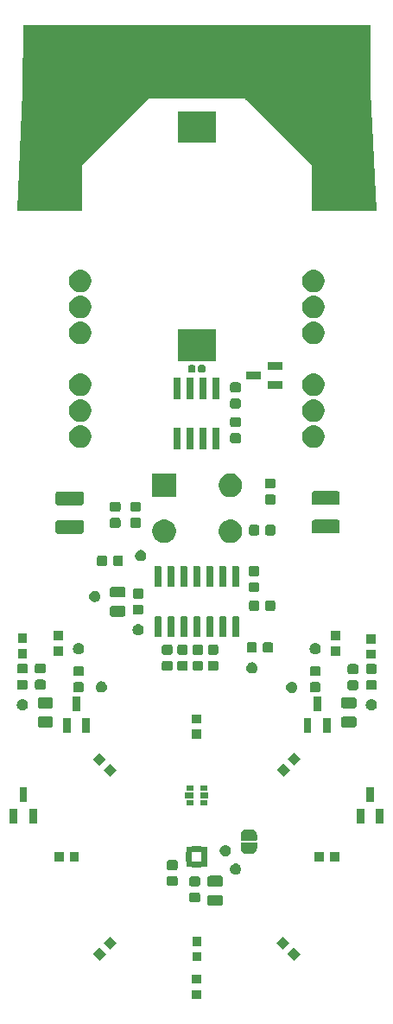
<source format=gts>
G04 #@! TF.GenerationSoftware,KiCad,Pcbnew,(5.1.2)-2*
G04 #@! TF.CreationDate,2022-02-14T19:05:22-05:00*
G04 #@! TF.ProjectId,FWA_2022_Compass_Badge_LWL-003-E10,4657415f-3230-4323-925f-436f6d706173,B*
G04 #@! TF.SameCoordinates,Original*
G04 #@! TF.FileFunction,Soldermask,Top*
G04 #@! TF.FilePolarity,Negative*
%FSLAX46Y46*%
G04 Gerber Fmt 4.6, Leading zero omitted, Abs format (unit mm)*
G04 Created by KiCad (PCBNEW (5.1.2)-2) date 2022-02-14 19:05:22*
%MOMM*%
%LPD*%
G04 APERTURE LIST*
%ADD10C,0.100000*%
G04 APERTURE END LIST*
D10*
G36*
X90450800Y-138950800D02*
G01*
X89549200Y-138950800D01*
X89549200Y-138049200D01*
X90450800Y-138049200D01*
X90450800Y-138950800D01*
X90450800Y-138950800D01*
G37*
G36*
X90450800Y-137450800D02*
G01*
X89549200Y-137450800D01*
X89549200Y-136549200D01*
X90450800Y-136549200D01*
X90450800Y-137450800D01*
X90450800Y-137450800D01*
G37*
G36*
X90460800Y-135240800D02*
G01*
X89559200Y-135240800D01*
X89559200Y-134339200D01*
X90460800Y-134339200D01*
X90460800Y-135240800D01*
X90460800Y-135240800D01*
G37*
G36*
X81107198Y-134530330D02*
G01*
X80469670Y-135167858D01*
X79832142Y-134530330D01*
X80469670Y-133892802D01*
X81107198Y-134530330D01*
X81107198Y-134530330D01*
G37*
G36*
X100167858Y-134530330D02*
G01*
X99530330Y-135167858D01*
X98892802Y-134530330D01*
X99530330Y-133892802D01*
X100167858Y-134530330D01*
X100167858Y-134530330D01*
G37*
G36*
X82167858Y-133469670D02*
G01*
X81530330Y-134107198D01*
X80892802Y-133469670D01*
X81530330Y-132832142D01*
X82167858Y-133469670D01*
X82167858Y-133469670D01*
G37*
G36*
X99107198Y-133469670D02*
G01*
X98469670Y-134107198D01*
X97832142Y-133469670D01*
X98469670Y-132832142D01*
X99107198Y-133469670D01*
X99107198Y-133469670D01*
G37*
G36*
X90460800Y-133740800D02*
G01*
X89559200Y-133740800D01*
X89559200Y-132839200D01*
X90460800Y-132839200D01*
X90460800Y-133740800D01*
X90460800Y-133740800D01*
G37*
G36*
X92354433Y-128741626D02*
G01*
X92400146Y-128755493D01*
X92442265Y-128778006D01*
X92479191Y-128808309D01*
X92509494Y-128845235D01*
X92532007Y-128887354D01*
X92545874Y-128933067D01*
X92550800Y-128983083D01*
X92550800Y-129566917D01*
X92545874Y-129616933D01*
X92532007Y-129662646D01*
X92509494Y-129704765D01*
X92479191Y-129741691D01*
X92442265Y-129771994D01*
X92400146Y-129794507D01*
X92354433Y-129808374D01*
X92304417Y-129813300D01*
X91295583Y-129813300D01*
X91245567Y-129808374D01*
X91199854Y-129794507D01*
X91157735Y-129771994D01*
X91120809Y-129741691D01*
X91090506Y-129704765D01*
X91067993Y-129662646D01*
X91054126Y-129616933D01*
X91049200Y-129566917D01*
X91049200Y-128983083D01*
X91054126Y-128933067D01*
X91067993Y-128887354D01*
X91090506Y-128845235D01*
X91120809Y-128808309D01*
X91157735Y-128778006D01*
X91199854Y-128755493D01*
X91245567Y-128741626D01*
X91295583Y-128736700D01*
X92304417Y-128736700D01*
X92354433Y-128741626D01*
X92354433Y-128741626D01*
G37*
G36*
X90149561Y-128503646D02*
G01*
X90190574Y-128516088D01*
X90228380Y-128536295D01*
X90261513Y-128563487D01*
X90288705Y-128596620D01*
X90308912Y-128634426D01*
X90321354Y-128675439D01*
X90325800Y-128720582D01*
X90325800Y-129254418D01*
X90321354Y-129299561D01*
X90308912Y-129340574D01*
X90288705Y-129378380D01*
X90261513Y-129411513D01*
X90228380Y-129438705D01*
X90190574Y-129458912D01*
X90149561Y-129471354D01*
X90104418Y-129475800D01*
X89495582Y-129475800D01*
X89450439Y-129471354D01*
X89409426Y-129458912D01*
X89371620Y-129438705D01*
X89338487Y-129411513D01*
X89311295Y-129378380D01*
X89291088Y-129340574D01*
X89278646Y-129299561D01*
X89274200Y-129254418D01*
X89274200Y-128720582D01*
X89278646Y-128675439D01*
X89291088Y-128634426D01*
X89311295Y-128596620D01*
X89338487Y-128563487D01*
X89371620Y-128536295D01*
X89409426Y-128516088D01*
X89450439Y-128503646D01*
X89495582Y-128499200D01*
X90104418Y-128499200D01*
X90149561Y-128503646D01*
X90149561Y-128503646D01*
G37*
G36*
X92354433Y-126866626D02*
G01*
X92400146Y-126880493D01*
X92442265Y-126903006D01*
X92479191Y-126933309D01*
X92509494Y-126970235D01*
X92532007Y-127012354D01*
X92545874Y-127058067D01*
X92550800Y-127108083D01*
X92550800Y-127691917D01*
X92545874Y-127741933D01*
X92532007Y-127787646D01*
X92509494Y-127829765D01*
X92479191Y-127866691D01*
X92442265Y-127896994D01*
X92400146Y-127919507D01*
X92354433Y-127933374D01*
X92304417Y-127938300D01*
X91295583Y-127938300D01*
X91245567Y-127933374D01*
X91199854Y-127919507D01*
X91157735Y-127896994D01*
X91120809Y-127866691D01*
X91090506Y-127829765D01*
X91067993Y-127787646D01*
X91054126Y-127741933D01*
X91049200Y-127691917D01*
X91049200Y-127108083D01*
X91054126Y-127058067D01*
X91067993Y-127012354D01*
X91090506Y-126970235D01*
X91120809Y-126933309D01*
X91157735Y-126903006D01*
X91199854Y-126880493D01*
X91245567Y-126866626D01*
X91295583Y-126861700D01*
X92304417Y-126861700D01*
X92354433Y-126866626D01*
X92354433Y-126866626D01*
G37*
G36*
X90149561Y-126928646D02*
G01*
X90190574Y-126941088D01*
X90228380Y-126961295D01*
X90261513Y-126988487D01*
X90288705Y-127021620D01*
X90308912Y-127059426D01*
X90321354Y-127100439D01*
X90325800Y-127145582D01*
X90325800Y-127679418D01*
X90321354Y-127724561D01*
X90308912Y-127765574D01*
X90288705Y-127803380D01*
X90261513Y-127836513D01*
X90228380Y-127863705D01*
X90190574Y-127883912D01*
X90149561Y-127896354D01*
X90104418Y-127900800D01*
X89495582Y-127900800D01*
X89450439Y-127896354D01*
X89409426Y-127883912D01*
X89371620Y-127863705D01*
X89338487Y-127836513D01*
X89311295Y-127803380D01*
X89291088Y-127765574D01*
X89278646Y-127724561D01*
X89274200Y-127679418D01*
X89274200Y-127145582D01*
X89278646Y-127100439D01*
X89291088Y-127059426D01*
X89311295Y-127021620D01*
X89338487Y-126988487D01*
X89371620Y-126961295D01*
X89409426Y-126941088D01*
X89450439Y-126928646D01*
X89495582Y-126924200D01*
X90104418Y-126924200D01*
X90149561Y-126928646D01*
X90149561Y-126928646D01*
G37*
G36*
X87949561Y-126903646D02*
G01*
X87990574Y-126916088D01*
X88028380Y-126936295D01*
X88061513Y-126963487D01*
X88088705Y-126996620D01*
X88108912Y-127034426D01*
X88121354Y-127075439D01*
X88125800Y-127120582D01*
X88125800Y-127654418D01*
X88121354Y-127699561D01*
X88108912Y-127740574D01*
X88088705Y-127778380D01*
X88061513Y-127811513D01*
X88028380Y-127838705D01*
X87990574Y-127858912D01*
X87949561Y-127871354D01*
X87904418Y-127875800D01*
X87295582Y-127875800D01*
X87250439Y-127871354D01*
X87209426Y-127858912D01*
X87171620Y-127838705D01*
X87138487Y-127811513D01*
X87111295Y-127778380D01*
X87091088Y-127740574D01*
X87078646Y-127699561D01*
X87074200Y-127654418D01*
X87074200Y-127120582D01*
X87078646Y-127075439D01*
X87091088Y-127034426D01*
X87111295Y-126996620D01*
X87138487Y-126963487D01*
X87171620Y-126936295D01*
X87209426Y-126916088D01*
X87250439Y-126903646D01*
X87295582Y-126899200D01*
X87904418Y-126899200D01*
X87949561Y-126903646D01*
X87949561Y-126903646D01*
G37*
G36*
X93960662Y-125670367D02*
G01*
X94060902Y-125711887D01*
X94151114Y-125772166D01*
X94227834Y-125848886D01*
X94288113Y-125939098D01*
X94329633Y-126039338D01*
X94350800Y-126145751D01*
X94350800Y-126254249D01*
X94329633Y-126360662D01*
X94288113Y-126460902D01*
X94227834Y-126551114D01*
X94151114Y-126627834D01*
X94060902Y-126688113D01*
X93960662Y-126729633D01*
X93854249Y-126750800D01*
X93745751Y-126750800D01*
X93639338Y-126729633D01*
X93539098Y-126688113D01*
X93448886Y-126627834D01*
X93372166Y-126551114D01*
X93311887Y-126460902D01*
X93270367Y-126360662D01*
X93249200Y-126254249D01*
X93249200Y-126145751D01*
X93270367Y-126039338D01*
X93311887Y-125939098D01*
X93372166Y-125848886D01*
X93448886Y-125772166D01*
X93539098Y-125711887D01*
X93639338Y-125670367D01*
X93745751Y-125649200D01*
X93854249Y-125649200D01*
X93960662Y-125670367D01*
X93960662Y-125670367D01*
G37*
G36*
X87949561Y-125328646D02*
G01*
X87990574Y-125341088D01*
X88028380Y-125361295D01*
X88061513Y-125388487D01*
X88088705Y-125421620D01*
X88108912Y-125459426D01*
X88121354Y-125500439D01*
X88125800Y-125545582D01*
X88125800Y-126079418D01*
X88121354Y-126124561D01*
X88108912Y-126165574D01*
X88088705Y-126203380D01*
X88061513Y-126236513D01*
X88028380Y-126263705D01*
X87990574Y-126283912D01*
X87949561Y-126296354D01*
X87904418Y-126300800D01*
X87295582Y-126300800D01*
X87250439Y-126296354D01*
X87209426Y-126283912D01*
X87171620Y-126263705D01*
X87138487Y-126236513D01*
X87111295Y-126203380D01*
X87091088Y-126165574D01*
X87078646Y-126124561D01*
X87074200Y-126079418D01*
X87074200Y-125545582D01*
X87078646Y-125500439D01*
X87091088Y-125459426D01*
X87111295Y-125421620D01*
X87138487Y-125388487D01*
X87171620Y-125361295D01*
X87209426Y-125341088D01*
X87250439Y-125328646D01*
X87295582Y-125324200D01*
X87904418Y-125324200D01*
X87949561Y-125328646D01*
X87949561Y-125328646D01*
G37*
G36*
X90450800Y-123961201D02*
G01*
X90451770Y-123971053D01*
X90454644Y-123980526D01*
X90459311Y-123989257D01*
X90465591Y-123996909D01*
X90473243Y-124003189D01*
X90481974Y-124007856D01*
X90491447Y-124010730D01*
X90501299Y-124011700D01*
X91000800Y-124011700D01*
X91000800Y-124498701D01*
X91001770Y-124508553D01*
X91004644Y-124518026D01*
X91009311Y-124526757D01*
X91015591Y-124534409D01*
X91023243Y-124540689D01*
X91031974Y-124545356D01*
X91041447Y-124548230D01*
X91051299Y-124549200D01*
X91065800Y-124549200D01*
X91065800Y-125450800D01*
X91051299Y-125450800D01*
X91041447Y-125451770D01*
X91031974Y-125454644D01*
X91023243Y-125459311D01*
X91015591Y-125465591D01*
X91009311Y-125473243D01*
X91004644Y-125481974D01*
X91001770Y-125491447D01*
X91000800Y-125501299D01*
X91000800Y-125988300D01*
X90501299Y-125988300D01*
X90491447Y-125989270D01*
X90481974Y-125992144D01*
X90473243Y-125996811D01*
X90465591Y-126003091D01*
X90459311Y-126010743D01*
X90454644Y-126019474D01*
X90451770Y-126028947D01*
X90450800Y-126038799D01*
X90450800Y-126065800D01*
X89549200Y-126065800D01*
X89549200Y-126038799D01*
X89548230Y-126028947D01*
X89545356Y-126019474D01*
X89540689Y-126010743D01*
X89534409Y-126003091D01*
X89526757Y-125996811D01*
X89518026Y-125992144D01*
X89508553Y-125989270D01*
X89498701Y-125988300D01*
X88999200Y-125988300D01*
X88999200Y-125501299D01*
X88998230Y-125491447D01*
X88995356Y-125481974D01*
X88990689Y-125473243D01*
X88984409Y-125465591D01*
X88976757Y-125459311D01*
X88968026Y-125454644D01*
X88958553Y-125451770D01*
X88948701Y-125450800D01*
X88934200Y-125450800D01*
X88934200Y-124576299D01*
X89525800Y-124576299D01*
X89525800Y-125423701D01*
X89526770Y-125433553D01*
X89529644Y-125443026D01*
X89534311Y-125451757D01*
X89540591Y-125459409D01*
X89548243Y-125465689D01*
X89556974Y-125470356D01*
X89566447Y-125473230D01*
X89576299Y-125474200D01*
X90423701Y-125474200D01*
X90433553Y-125473230D01*
X90443026Y-125470356D01*
X90451757Y-125465689D01*
X90459409Y-125459409D01*
X90465689Y-125451757D01*
X90470356Y-125443026D01*
X90473230Y-125433553D01*
X90474200Y-125423701D01*
X90474200Y-124576299D01*
X90473230Y-124566447D01*
X90470356Y-124556974D01*
X90465689Y-124548243D01*
X90459409Y-124540591D01*
X90451757Y-124534311D01*
X90443026Y-124529644D01*
X90433553Y-124526770D01*
X90423701Y-124525800D01*
X89576299Y-124525800D01*
X89566447Y-124526770D01*
X89556974Y-124529644D01*
X89548243Y-124534311D01*
X89540591Y-124540591D01*
X89534311Y-124548243D01*
X89529644Y-124556974D01*
X89526770Y-124566447D01*
X89525800Y-124576299D01*
X88934200Y-124576299D01*
X88934200Y-124549200D01*
X88948701Y-124549200D01*
X88958553Y-124548230D01*
X88968026Y-124545356D01*
X88976757Y-124540689D01*
X88984409Y-124534409D01*
X88990689Y-124526757D01*
X88995356Y-124518026D01*
X88998230Y-124508553D01*
X88999200Y-124498701D01*
X88999200Y-124011700D01*
X89498701Y-124011700D01*
X89508553Y-124010730D01*
X89518026Y-124007856D01*
X89526757Y-124003189D01*
X89534409Y-123996909D01*
X89540689Y-123989257D01*
X89545356Y-123980526D01*
X89548230Y-123971053D01*
X89549200Y-123961201D01*
X89549200Y-123934200D01*
X90450800Y-123934200D01*
X90450800Y-123961201D01*
X90450800Y-123961201D01*
G37*
G36*
X102450800Y-125450800D02*
G01*
X101549200Y-125450800D01*
X101549200Y-124549200D01*
X102450800Y-124549200D01*
X102450800Y-125450800D01*
X102450800Y-125450800D01*
G37*
G36*
X76950800Y-125450800D02*
G01*
X76049200Y-125450800D01*
X76049200Y-124549200D01*
X76950800Y-124549200D01*
X76950800Y-125450800D01*
X76950800Y-125450800D01*
G37*
G36*
X78450800Y-125450800D02*
G01*
X77549200Y-125450800D01*
X77549200Y-124549200D01*
X78450800Y-124549200D01*
X78450800Y-125450800D01*
X78450800Y-125450800D01*
G37*
G36*
X103950800Y-125450800D02*
G01*
X103049200Y-125450800D01*
X103049200Y-124549200D01*
X103950800Y-124549200D01*
X103950800Y-125450800D01*
X103950800Y-125450800D01*
G37*
G36*
X92960662Y-123870367D02*
G01*
X93060902Y-123911887D01*
X93151114Y-123972166D01*
X93227834Y-124048886D01*
X93288113Y-124139098D01*
X93329633Y-124239338D01*
X93350800Y-124345751D01*
X93350800Y-124454249D01*
X93329633Y-124560662D01*
X93288113Y-124660902D01*
X93227834Y-124751114D01*
X93151114Y-124827834D01*
X93060902Y-124888113D01*
X92960662Y-124929633D01*
X92854249Y-124950800D01*
X92745751Y-124950800D01*
X92639338Y-124929633D01*
X92539098Y-124888113D01*
X92448886Y-124827834D01*
X92372166Y-124751114D01*
X92311887Y-124660902D01*
X92270367Y-124560662D01*
X92249200Y-124454249D01*
X92249200Y-124345751D01*
X92270367Y-124239338D01*
X92311887Y-124139098D01*
X92372166Y-124048886D01*
X92448886Y-123972166D01*
X92539098Y-123911887D01*
X92639338Y-123870367D01*
X92745751Y-123849200D01*
X92854249Y-123849200D01*
X92960662Y-123870367D01*
X92960662Y-123870367D01*
G37*
G36*
X95849993Y-123598954D02*
G01*
X95850000Y-123598954D01*
X95859959Y-123599935D01*
X95869534Y-123602840D01*
X95869537Y-123602841D01*
X95877454Y-123607073D01*
X95878360Y-123607557D01*
X95886095Y-123613905D01*
X95892443Y-123621640D01*
X95892444Y-123621642D01*
X95897159Y-123630463D01*
X95897160Y-123630466D01*
X95900065Y-123640041D01*
X95901046Y-123650000D01*
X95901046Y-123650007D01*
X95901290Y-123652483D01*
X95901290Y-124147517D01*
X95901046Y-124149994D01*
X95901046Y-124150000D01*
X95900065Y-124159959D01*
X95900064Y-124159963D01*
X95899729Y-124163361D01*
X95899125Y-124166398D01*
X95898882Y-124171348D01*
X95898882Y-124196526D01*
X95898638Y-124199003D01*
X95898638Y-124199009D01*
X95897657Y-124208968D01*
X95897655Y-124208976D01*
X95897412Y-124211447D01*
X95879258Y-124302714D01*
X95878537Y-124305092D01*
X95878535Y-124305101D01*
X95875630Y-124314676D01*
X95874905Y-124317066D01*
X95839296Y-124403034D01*
X95838121Y-124405232D01*
X95833404Y-124414058D01*
X95833399Y-124414066D01*
X95832228Y-124416256D01*
X95780528Y-124493631D01*
X95771018Y-124505220D01*
X95705220Y-124571018D01*
X95703292Y-124572600D01*
X95695557Y-124578948D01*
X95695554Y-124578950D01*
X95693631Y-124580528D01*
X95616256Y-124632228D01*
X95614066Y-124633399D01*
X95614058Y-124633404D01*
X95605475Y-124637991D01*
X95603034Y-124639296D01*
X95517066Y-124674905D01*
X95514677Y-124675630D01*
X95514676Y-124675630D01*
X95505101Y-124678535D01*
X95505092Y-124678537D01*
X95502714Y-124679258D01*
X95411447Y-124697412D01*
X95408976Y-124697655D01*
X95408968Y-124697657D01*
X95399009Y-124698638D01*
X95399003Y-124698638D01*
X95396526Y-124698882D01*
X95371348Y-124698882D01*
X95361496Y-124699852D01*
X95361095Y-124699953D01*
X95359960Y-124700065D01*
X95359959Y-124700065D01*
X95350000Y-124701046D01*
X95349995Y-124701046D01*
X95347517Y-124701290D01*
X94852483Y-124701290D01*
X94850006Y-124701046D01*
X94850000Y-124701046D01*
X94840041Y-124700065D01*
X94840037Y-124700064D01*
X94836639Y-124699729D01*
X94833602Y-124699125D01*
X94828652Y-124698882D01*
X94803474Y-124698882D01*
X94800997Y-124698638D01*
X94800991Y-124698638D01*
X94791032Y-124697657D01*
X94791024Y-124697655D01*
X94788553Y-124697412D01*
X94697286Y-124679258D01*
X94694908Y-124678537D01*
X94694899Y-124678535D01*
X94685324Y-124675630D01*
X94685323Y-124675630D01*
X94682934Y-124674905D01*
X94596966Y-124639296D01*
X94594525Y-124637991D01*
X94585942Y-124633404D01*
X94585934Y-124633399D01*
X94583744Y-124632228D01*
X94506369Y-124580528D01*
X94504446Y-124578950D01*
X94504443Y-124578948D01*
X94496708Y-124572600D01*
X94494780Y-124571018D01*
X94428982Y-124505220D01*
X94419472Y-124493631D01*
X94367772Y-124416256D01*
X94366601Y-124414066D01*
X94366596Y-124414058D01*
X94361879Y-124405232D01*
X94360704Y-124403034D01*
X94325095Y-124317066D01*
X94324370Y-124314676D01*
X94321465Y-124305101D01*
X94321463Y-124305092D01*
X94320742Y-124302714D01*
X94302588Y-124211447D01*
X94302345Y-124208976D01*
X94302343Y-124208968D01*
X94301362Y-124199009D01*
X94301362Y-124199003D01*
X94301118Y-124196526D01*
X94301118Y-124171348D01*
X94300148Y-124161496D01*
X94300047Y-124161095D01*
X94298710Y-124147517D01*
X94298710Y-123652483D01*
X94298954Y-123650007D01*
X94298954Y-123650000D01*
X94299935Y-123640041D01*
X94302840Y-123630466D01*
X94302841Y-123630463D01*
X94307556Y-123621642D01*
X94307557Y-123621640D01*
X94313905Y-123613905D01*
X94321640Y-123607557D01*
X94322546Y-123607073D01*
X94330463Y-123602841D01*
X94330466Y-123602840D01*
X94340041Y-123599935D01*
X94350000Y-123598954D01*
X94350007Y-123598954D01*
X94352483Y-123598710D01*
X95847517Y-123598710D01*
X95849993Y-123598954D01*
X95849993Y-123598954D01*
G37*
G36*
X95349994Y-122298954D02*
G01*
X95350000Y-122298954D01*
X95359959Y-122299935D01*
X95359963Y-122299936D01*
X95363361Y-122300271D01*
X95366398Y-122300875D01*
X95371348Y-122301118D01*
X95396526Y-122301118D01*
X95399003Y-122301362D01*
X95399009Y-122301362D01*
X95408968Y-122302343D01*
X95408976Y-122302345D01*
X95411447Y-122302588D01*
X95502714Y-122320742D01*
X95505092Y-122321463D01*
X95505101Y-122321465D01*
X95514676Y-122324370D01*
X95517066Y-122325095D01*
X95603034Y-122360704D01*
X95605232Y-122361879D01*
X95614058Y-122366596D01*
X95614066Y-122366601D01*
X95616256Y-122367772D01*
X95693631Y-122419472D01*
X95695554Y-122421050D01*
X95695557Y-122421052D01*
X95701682Y-122426079D01*
X95705220Y-122428982D01*
X95771018Y-122494780D01*
X95780528Y-122506369D01*
X95832228Y-122583744D01*
X95833399Y-122585934D01*
X95833404Y-122585942D01*
X95837991Y-122594525D01*
X95839296Y-122596966D01*
X95874905Y-122682934D01*
X95875630Y-122685323D01*
X95875630Y-122685324D01*
X95878535Y-122694899D01*
X95878537Y-122694908D01*
X95879258Y-122697286D01*
X95897412Y-122788553D01*
X95897655Y-122791024D01*
X95897657Y-122791032D01*
X95898638Y-122800991D01*
X95898638Y-122800997D01*
X95898882Y-122803474D01*
X95898882Y-122828652D01*
X95899852Y-122838504D01*
X95899953Y-122838905D01*
X95901290Y-122852483D01*
X95901290Y-123347517D01*
X95901046Y-123349993D01*
X95901046Y-123350000D01*
X95900065Y-123359959D01*
X95897160Y-123369534D01*
X95897159Y-123369537D01*
X95892927Y-123377454D01*
X95892443Y-123378360D01*
X95886095Y-123386095D01*
X95878360Y-123392443D01*
X95878358Y-123392444D01*
X95869537Y-123397159D01*
X95869534Y-123397160D01*
X95859959Y-123400065D01*
X95850000Y-123401046D01*
X95849993Y-123401046D01*
X95847517Y-123401290D01*
X94352483Y-123401290D01*
X94350007Y-123401046D01*
X94350000Y-123401046D01*
X94340041Y-123400065D01*
X94330466Y-123397160D01*
X94330463Y-123397159D01*
X94321642Y-123392444D01*
X94321640Y-123392443D01*
X94313905Y-123386095D01*
X94307557Y-123378360D01*
X94307073Y-123377454D01*
X94302841Y-123369537D01*
X94302840Y-123369534D01*
X94299935Y-123359959D01*
X94298954Y-123350000D01*
X94298954Y-123349993D01*
X94298710Y-123347517D01*
X94298710Y-122852483D01*
X94298954Y-122850006D01*
X94298954Y-122850000D01*
X94299935Y-122840041D01*
X94299936Y-122840037D01*
X94300271Y-122836639D01*
X94300875Y-122833602D01*
X94301118Y-122828652D01*
X94301118Y-122803474D01*
X94301362Y-122800997D01*
X94301362Y-122800991D01*
X94302343Y-122791032D01*
X94302345Y-122791024D01*
X94302588Y-122788553D01*
X94320742Y-122697286D01*
X94321463Y-122694908D01*
X94321465Y-122694899D01*
X94324370Y-122685324D01*
X94324370Y-122685323D01*
X94325095Y-122682934D01*
X94360704Y-122596966D01*
X94362009Y-122594525D01*
X94366596Y-122585942D01*
X94366601Y-122585934D01*
X94367772Y-122583744D01*
X94419472Y-122506369D01*
X94428982Y-122494780D01*
X94494780Y-122428982D01*
X94498318Y-122426079D01*
X94504443Y-122421052D01*
X94504446Y-122421050D01*
X94506369Y-122419472D01*
X94583744Y-122367772D01*
X94585934Y-122366601D01*
X94585942Y-122366596D01*
X94594768Y-122361879D01*
X94596966Y-122360704D01*
X94682934Y-122325095D01*
X94685324Y-122324370D01*
X94694899Y-122321465D01*
X94694908Y-122321463D01*
X94697286Y-122320742D01*
X94788553Y-122302588D01*
X94791024Y-122302345D01*
X94791032Y-122302343D01*
X94800991Y-122301362D01*
X94800997Y-122301362D01*
X94803474Y-122301118D01*
X94828652Y-122301118D01*
X94838504Y-122300148D01*
X94838905Y-122300047D01*
X94840040Y-122299935D01*
X94840041Y-122299935D01*
X94850000Y-122298954D01*
X94850005Y-122298954D01*
X94852483Y-122298710D01*
X95347517Y-122298710D01*
X95349994Y-122298954D01*
X95349994Y-122298954D01*
G37*
G36*
X74320000Y-121770000D02*
G01*
X73580000Y-121770000D01*
X73580000Y-120330000D01*
X74320000Y-120330000D01*
X74320000Y-121770000D01*
X74320000Y-121770000D01*
G37*
G36*
X106420000Y-121770000D02*
G01*
X105680000Y-121770000D01*
X105680000Y-120330000D01*
X106420000Y-120330000D01*
X106420000Y-121770000D01*
X106420000Y-121770000D01*
G37*
G36*
X108320000Y-121770000D02*
G01*
X107580000Y-121770000D01*
X107580000Y-120330000D01*
X108320000Y-120330000D01*
X108320000Y-121770000D01*
X108320000Y-121770000D01*
G37*
G36*
X72420000Y-121770000D02*
G01*
X71680000Y-121770000D01*
X71680000Y-120330000D01*
X72420000Y-120330000D01*
X72420000Y-121770000D01*
X72420000Y-121770000D01*
G37*
G36*
X91000800Y-119975800D02*
G01*
X90349200Y-119975800D01*
X90349200Y-119474200D01*
X91000800Y-119474200D01*
X91000800Y-119975800D01*
X91000800Y-119975800D01*
G37*
G36*
X89650800Y-119975800D02*
G01*
X88999200Y-119975800D01*
X88999200Y-119474200D01*
X89650800Y-119474200D01*
X89650800Y-119975800D01*
X89650800Y-119975800D01*
G37*
G36*
X73370000Y-119670000D02*
G01*
X72630000Y-119670000D01*
X72630000Y-118230000D01*
X73370000Y-118230000D01*
X73370000Y-119670000D01*
X73370000Y-119670000D01*
G37*
G36*
X107370000Y-119670000D02*
G01*
X106630000Y-119670000D01*
X106630000Y-118230000D01*
X107370000Y-118230000D01*
X107370000Y-119670000D01*
X107370000Y-119670000D01*
G37*
G36*
X89650800Y-119300800D02*
G01*
X88849200Y-119300800D01*
X88849200Y-118699200D01*
X89650800Y-118699200D01*
X89650800Y-119300800D01*
X89650800Y-119300800D01*
G37*
G36*
X91150800Y-119300800D02*
G01*
X90349200Y-119300800D01*
X90349200Y-118699200D01*
X91150800Y-118699200D01*
X91150800Y-119300800D01*
X91150800Y-119300800D01*
G37*
G36*
X91000800Y-118525800D02*
G01*
X90349200Y-118525800D01*
X90349200Y-118024200D01*
X91000800Y-118024200D01*
X91000800Y-118525800D01*
X91000800Y-118525800D01*
G37*
G36*
X89650800Y-118525800D02*
G01*
X88999200Y-118525800D01*
X88999200Y-118024200D01*
X89650800Y-118024200D01*
X89650800Y-118525800D01*
X89650800Y-118525800D01*
G37*
G36*
X82167858Y-116530330D02*
G01*
X81530330Y-117167858D01*
X80892802Y-116530330D01*
X81530330Y-115892802D01*
X82167858Y-116530330D01*
X82167858Y-116530330D01*
G37*
G36*
X99137528Y-116500000D02*
G01*
X98500000Y-117137528D01*
X97862472Y-116500000D01*
X98500000Y-115862472D01*
X99137528Y-116500000D01*
X99137528Y-116500000D01*
G37*
G36*
X81107198Y-115469670D02*
G01*
X80469670Y-116107198D01*
X79832142Y-115469670D01*
X80469670Y-114832142D01*
X81107198Y-115469670D01*
X81107198Y-115469670D01*
G37*
G36*
X100198188Y-115439340D02*
G01*
X99560660Y-116076868D01*
X98923132Y-115439340D01*
X99560660Y-114801812D01*
X100198188Y-115439340D01*
X100198188Y-115439340D01*
G37*
G36*
X90450800Y-113450800D02*
G01*
X89549200Y-113450800D01*
X89549200Y-112549200D01*
X90450800Y-112549200D01*
X90450800Y-113450800D01*
X90450800Y-113450800D01*
G37*
G36*
X101220000Y-112870000D02*
G01*
X100480000Y-112870000D01*
X100480000Y-111430000D01*
X101220000Y-111430000D01*
X101220000Y-112870000D01*
X101220000Y-112870000D01*
G37*
G36*
X77620000Y-112870000D02*
G01*
X76880000Y-112870000D01*
X76880000Y-111430000D01*
X77620000Y-111430000D01*
X77620000Y-112870000D01*
X77620000Y-112870000D01*
G37*
G36*
X79520000Y-112870000D02*
G01*
X78780000Y-112870000D01*
X78780000Y-111430000D01*
X79520000Y-111430000D01*
X79520000Y-112870000D01*
X79520000Y-112870000D01*
G37*
G36*
X103120000Y-112870000D02*
G01*
X102380000Y-112870000D01*
X102380000Y-111430000D01*
X103120000Y-111430000D01*
X103120000Y-112870000D01*
X103120000Y-112870000D01*
G37*
G36*
X105454433Y-111266626D02*
G01*
X105500146Y-111280493D01*
X105542265Y-111303006D01*
X105579191Y-111333309D01*
X105609494Y-111370235D01*
X105632007Y-111412354D01*
X105645874Y-111458067D01*
X105650800Y-111508083D01*
X105650800Y-112091917D01*
X105645874Y-112141933D01*
X105632007Y-112187646D01*
X105609494Y-112229765D01*
X105579191Y-112266691D01*
X105542265Y-112296994D01*
X105500146Y-112319507D01*
X105454433Y-112333374D01*
X105404417Y-112338300D01*
X104395583Y-112338300D01*
X104345567Y-112333374D01*
X104299854Y-112319507D01*
X104257735Y-112296994D01*
X104220809Y-112266691D01*
X104190506Y-112229765D01*
X104167993Y-112187646D01*
X104154126Y-112141933D01*
X104149200Y-112091917D01*
X104149200Y-111508083D01*
X104154126Y-111458067D01*
X104167993Y-111412354D01*
X104190506Y-111370235D01*
X104220809Y-111333309D01*
X104257735Y-111303006D01*
X104299854Y-111280493D01*
X104345567Y-111266626D01*
X104395583Y-111261700D01*
X105404417Y-111261700D01*
X105454433Y-111266626D01*
X105454433Y-111266626D01*
G37*
G36*
X75704433Y-111254126D02*
G01*
X75750146Y-111267993D01*
X75792265Y-111290506D01*
X75829191Y-111320809D01*
X75859494Y-111357735D01*
X75882007Y-111399854D01*
X75895874Y-111445567D01*
X75900800Y-111495583D01*
X75900800Y-112079417D01*
X75895874Y-112129433D01*
X75882007Y-112175146D01*
X75859494Y-112217265D01*
X75829191Y-112254191D01*
X75792265Y-112284494D01*
X75750146Y-112307007D01*
X75704433Y-112320874D01*
X75654417Y-112325800D01*
X74645583Y-112325800D01*
X74595567Y-112320874D01*
X74549854Y-112307007D01*
X74507735Y-112284494D01*
X74470809Y-112254191D01*
X74440506Y-112217265D01*
X74417993Y-112175146D01*
X74404126Y-112129433D01*
X74399200Y-112079417D01*
X74399200Y-111495583D01*
X74404126Y-111445567D01*
X74417993Y-111399854D01*
X74440506Y-111357735D01*
X74470809Y-111320809D01*
X74507735Y-111290506D01*
X74549854Y-111267993D01*
X74595567Y-111254126D01*
X74645583Y-111249200D01*
X75654417Y-111249200D01*
X75704433Y-111254126D01*
X75704433Y-111254126D01*
G37*
G36*
X90450800Y-111950800D02*
G01*
X89549200Y-111950800D01*
X89549200Y-111049200D01*
X90450800Y-111049200D01*
X90450800Y-111950800D01*
X90450800Y-111950800D01*
G37*
G36*
X102170000Y-110770000D02*
G01*
X101430000Y-110770000D01*
X101430000Y-109330000D01*
X102170000Y-109330000D01*
X102170000Y-110770000D01*
X102170000Y-110770000D01*
G37*
G36*
X78570000Y-110770000D02*
G01*
X77830000Y-110770000D01*
X77830000Y-109330000D01*
X78570000Y-109330000D01*
X78570000Y-110770000D01*
X78570000Y-110770000D01*
G37*
G36*
X107260662Y-109570367D02*
G01*
X107360902Y-109611887D01*
X107451114Y-109672166D01*
X107527834Y-109748886D01*
X107588113Y-109839098D01*
X107629633Y-109939338D01*
X107650800Y-110045751D01*
X107650800Y-110154249D01*
X107629633Y-110260662D01*
X107588113Y-110360902D01*
X107527834Y-110451114D01*
X107451114Y-110527834D01*
X107360902Y-110588113D01*
X107260662Y-110629633D01*
X107154249Y-110650800D01*
X107045751Y-110650800D01*
X106939338Y-110629633D01*
X106839098Y-110588113D01*
X106748886Y-110527834D01*
X106672166Y-110451114D01*
X106611887Y-110360902D01*
X106570367Y-110260662D01*
X106549200Y-110154249D01*
X106549200Y-110045751D01*
X106570367Y-109939338D01*
X106611887Y-109839098D01*
X106672166Y-109748886D01*
X106748886Y-109672166D01*
X106839098Y-109611887D01*
X106939338Y-109570367D01*
X107045751Y-109549200D01*
X107154249Y-109549200D01*
X107260662Y-109570367D01*
X107260662Y-109570367D01*
G37*
G36*
X73060662Y-109570367D02*
G01*
X73160902Y-109611887D01*
X73251114Y-109672166D01*
X73327834Y-109748886D01*
X73388113Y-109839098D01*
X73429633Y-109939338D01*
X73450800Y-110045751D01*
X73450800Y-110154249D01*
X73429633Y-110260662D01*
X73388113Y-110360902D01*
X73327834Y-110451114D01*
X73251114Y-110527834D01*
X73160902Y-110588113D01*
X73060662Y-110629633D01*
X72954249Y-110650800D01*
X72845751Y-110650800D01*
X72739338Y-110629633D01*
X72639098Y-110588113D01*
X72548886Y-110527834D01*
X72472166Y-110451114D01*
X72411887Y-110360902D01*
X72370367Y-110260662D01*
X72349200Y-110154249D01*
X72349200Y-110045751D01*
X72370367Y-109939338D01*
X72411887Y-109839098D01*
X72472166Y-109748886D01*
X72548886Y-109672166D01*
X72639098Y-109611887D01*
X72739338Y-109570367D01*
X72845751Y-109549200D01*
X72954249Y-109549200D01*
X73060662Y-109570367D01*
X73060662Y-109570367D01*
G37*
G36*
X105454433Y-109391626D02*
G01*
X105500146Y-109405493D01*
X105542265Y-109428006D01*
X105579191Y-109458309D01*
X105609494Y-109495235D01*
X105632007Y-109537354D01*
X105645874Y-109583067D01*
X105650800Y-109633083D01*
X105650800Y-110216917D01*
X105645874Y-110266933D01*
X105632007Y-110312646D01*
X105609494Y-110354765D01*
X105579191Y-110391691D01*
X105542265Y-110421994D01*
X105500146Y-110444507D01*
X105454433Y-110458374D01*
X105404417Y-110463300D01*
X104395583Y-110463300D01*
X104345567Y-110458374D01*
X104299854Y-110444507D01*
X104257735Y-110421994D01*
X104220809Y-110391691D01*
X104190506Y-110354765D01*
X104167993Y-110312646D01*
X104154126Y-110266933D01*
X104149200Y-110216917D01*
X104149200Y-109633083D01*
X104154126Y-109583067D01*
X104167993Y-109537354D01*
X104190506Y-109495235D01*
X104220809Y-109458309D01*
X104257735Y-109428006D01*
X104299854Y-109405493D01*
X104345567Y-109391626D01*
X104395583Y-109386700D01*
X105404417Y-109386700D01*
X105454433Y-109391626D01*
X105454433Y-109391626D01*
G37*
G36*
X75704433Y-109379126D02*
G01*
X75750146Y-109392993D01*
X75792265Y-109415506D01*
X75829191Y-109445809D01*
X75859494Y-109482735D01*
X75882007Y-109524854D01*
X75895874Y-109570567D01*
X75900800Y-109620583D01*
X75900800Y-110204417D01*
X75895874Y-110254433D01*
X75882007Y-110300146D01*
X75859494Y-110342265D01*
X75829191Y-110379191D01*
X75792265Y-110409494D01*
X75750146Y-110432007D01*
X75704433Y-110445874D01*
X75654417Y-110450800D01*
X74645583Y-110450800D01*
X74595567Y-110445874D01*
X74549854Y-110432007D01*
X74507735Y-110409494D01*
X74470809Y-110379191D01*
X74440506Y-110342265D01*
X74417993Y-110300146D01*
X74404126Y-110254433D01*
X74399200Y-110204417D01*
X74399200Y-109620583D01*
X74404126Y-109570567D01*
X74417993Y-109524854D01*
X74440506Y-109482735D01*
X74470809Y-109445809D01*
X74507735Y-109415506D01*
X74549854Y-109392993D01*
X74595567Y-109379126D01*
X74645583Y-109374200D01*
X75654417Y-109374200D01*
X75704433Y-109379126D01*
X75704433Y-109379126D01*
G37*
G36*
X99460662Y-107870367D02*
G01*
X99560902Y-107911887D01*
X99651114Y-107972166D01*
X99727834Y-108048886D01*
X99788113Y-108139098D01*
X99829633Y-108239338D01*
X99850800Y-108345751D01*
X99850800Y-108454249D01*
X99829633Y-108560662D01*
X99788113Y-108660902D01*
X99727834Y-108751114D01*
X99651114Y-108827834D01*
X99560902Y-108888113D01*
X99460662Y-108929633D01*
X99354249Y-108950800D01*
X99245751Y-108950800D01*
X99139338Y-108929633D01*
X99039098Y-108888113D01*
X98948886Y-108827834D01*
X98872166Y-108751114D01*
X98811887Y-108660902D01*
X98770367Y-108560662D01*
X98749200Y-108454249D01*
X98749200Y-108345751D01*
X98770367Y-108239338D01*
X98811887Y-108139098D01*
X98872166Y-108048886D01*
X98948886Y-107972166D01*
X99039098Y-107911887D01*
X99139338Y-107870367D01*
X99245751Y-107849200D01*
X99354249Y-107849200D01*
X99460662Y-107870367D01*
X99460662Y-107870367D01*
G37*
G36*
X80810662Y-107820367D02*
G01*
X80910902Y-107861887D01*
X81001114Y-107922166D01*
X81077834Y-107998886D01*
X81138113Y-108089098D01*
X81179633Y-108189338D01*
X81200800Y-108295751D01*
X81200800Y-108404249D01*
X81179633Y-108510662D01*
X81138113Y-108610902D01*
X81077834Y-108701114D01*
X81001114Y-108777834D01*
X80910902Y-108838113D01*
X80810662Y-108879633D01*
X80704249Y-108900800D01*
X80595751Y-108900800D01*
X80489338Y-108879633D01*
X80389098Y-108838113D01*
X80298886Y-108777834D01*
X80222166Y-108701114D01*
X80161887Y-108610902D01*
X80120367Y-108510662D01*
X80099200Y-108404249D01*
X80099200Y-108295751D01*
X80120367Y-108189338D01*
X80161887Y-108089098D01*
X80222166Y-107998886D01*
X80298886Y-107922166D01*
X80389098Y-107861887D01*
X80489338Y-107820367D01*
X80595751Y-107799200D01*
X80704249Y-107799200D01*
X80810662Y-107820367D01*
X80810662Y-107820367D01*
G37*
G36*
X101949561Y-107903646D02*
G01*
X101990574Y-107916088D01*
X102028380Y-107936295D01*
X102061513Y-107963487D01*
X102088705Y-107996620D01*
X102108912Y-108034426D01*
X102121354Y-108075439D01*
X102125800Y-108120582D01*
X102125800Y-108654418D01*
X102121354Y-108699561D01*
X102108912Y-108740574D01*
X102088705Y-108778380D01*
X102061513Y-108811513D01*
X102028380Y-108838705D01*
X101990574Y-108858912D01*
X101949561Y-108871354D01*
X101904418Y-108875800D01*
X101295582Y-108875800D01*
X101250439Y-108871354D01*
X101209426Y-108858912D01*
X101171620Y-108838705D01*
X101138487Y-108811513D01*
X101111295Y-108778380D01*
X101091088Y-108740574D01*
X101078646Y-108699561D01*
X101074200Y-108654418D01*
X101074200Y-108120582D01*
X101078646Y-108075439D01*
X101091088Y-108034426D01*
X101111295Y-107996620D01*
X101138487Y-107963487D01*
X101171620Y-107936295D01*
X101209426Y-107916088D01*
X101250439Y-107903646D01*
X101295582Y-107899200D01*
X101904418Y-107899200D01*
X101949561Y-107903646D01*
X101949561Y-107903646D01*
G37*
G36*
X78749561Y-107903646D02*
G01*
X78790574Y-107916088D01*
X78828380Y-107936295D01*
X78861513Y-107963487D01*
X78888705Y-107996620D01*
X78908912Y-108034426D01*
X78921354Y-108075439D01*
X78925800Y-108120582D01*
X78925800Y-108654418D01*
X78921354Y-108699561D01*
X78908912Y-108740574D01*
X78888705Y-108778380D01*
X78861513Y-108811513D01*
X78828380Y-108838705D01*
X78790574Y-108858912D01*
X78749561Y-108871354D01*
X78704418Y-108875800D01*
X78095582Y-108875800D01*
X78050439Y-108871354D01*
X78009426Y-108858912D01*
X77971620Y-108838705D01*
X77938487Y-108811513D01*
X77911295Y-108778380D01*
X77891088Y-108740574D01*
X77878646Y-108699561D01*
X77874200Y-108654418D01*
X77874200Y-108120582D01*
X77878646Y-108075439D01*
X77891088Y-108034426D01*
X77911295Y-107996620D01*
X77938487Y-107963487D01*
X77971620Y-107936295D01*
X78009426Y-107916088D01*
X78050439Y-107903646D01*
X78095582Y-107899200D01*
X78704418Y-107899200D01*
X78749561Y-107903646D01*
X78749561Y-107903646D01*
G37*
G36*
X105649561Y-107703646D02*
G01*
X105690574Y-107716088D01*
X105728380Y-107736295D01*
X105761513Y-107763487D01*
X105788705Y-107796620D01*
X105808912Y-107834426D01*
X105821354Y-107875439D01*
X105825800Y-107920582D01*
X105825800Y-108454418D01*
X105821354Y-108499561D01*
X105808912Y-108540574D01*
X105788705Y-108578380D01*
X105761513Y-108611513D01*
X105728380Y-108638705D01*
X105690574Y-108658912D01*
X105649561Y-108671354D01*
X105604418Y-108675800D01*
X104995582Y-108675800D01*
X104950439Y-108671354D01*
X104909426Y-108658912D01*
X104871620Y-108638705D01*
X104838487Y-108611513D01*
X104811295Y-108578380D01*
X104791088Y-108540574D01*
X104778646Y-108499561D01*
X104774200Y-108454418D01*
X104774200Y-107920582D01*
X104778646Y-107875439D01*
X104791088Y-107834426D01*
X104811295Y-107796620D01*
X104838487Y-107763487D01*
X104871620Y-107736295D01*
X104909426Y-107716088D01*
X104950439Y-107703646D01*
X104995582Y-107699200D01*
X105604418Y-107699200D01*
X105649561Y-107703646D01*
X105649561Y-107703646D01*
G37*
G36*
X107449561Y-107683646D02*
G01*
X107490574Y-107696088D01*
X107528380Y-107716295D01*
X107561513Y-107743487D01*
X107588705Y-107776620D01*
X107608912Y-107814426D01*
X107621354Y-107855439D01*
X107625800Y-107900582D01*
X107625800Y-108434418D01*
X107621354Y-108479561D01*
X107608912Y-108520574D01*
X107588705Y-108558380D01*
X107561513Y-108591513D01*
X107528380Y-108618705D01*
X107490574Y-108638912D01*
X107449561Y-108651354D01*
X107404418Y-108655800D01*
X106795582Y-108655800D01*
X106750439Y-108651354D01*
X106709426Y-108638912D01*
X106671620Y-108618705D01*
X106638487Y-108591513D01*
X106611295Y-108558380D01*
X106591088Y-108520574D01*
X106578646Y-108479561D01*
X106574200Y-108434418D01*
X106574200Y-107900582D01*
X106578646Y-107855439D01*
X106591088Y-107814426D01*
X106611295Y-107776620D01*
X106638487Y-107743487D01*
X106671620Y-107716295D01*
X106709426Y-107696088D01*
X106750439Y-107683646D01*
X106795582Y-107679200D01*
X107404418Y-107679200D01*
X107449561Y-107683646D01*
X107449561Y-107683646D01*
G37*
G36*
X73239561Y-107656146D02*
G01*
X73280574Y-107668588D01*
X73318380Y-107688795D01*
X73351513Y-107715987D01*
X73378705Y-107749120D01*
X73398912Y-107786926D01*
X73411354Y-107827939D01*
X73415800Y-107873082D01*
X73415800Y-108406918D01*
X73411354Y-108452061D01*
X73398912Y-108493074D01*
X73378705Y-108530880D01*
X73351513Y-108564013D01*
X73318380Y-108591205D01*
X73280574Y-108611412D01*
X73239561Y-108623854D01*
X73194418Y-108628300D01*
X72585582Y-108628300D01*
X72540439Y-108623854D01*
X72499426Y-108611412D01*
X72461620Y-108591205D01*
X72428487Y-108564013D01*
X72401295Y-108530880D01*
X72381088Y-108493074D01*
X72368646Y-108452061D01*
X72364200Y-108406918D01*
X72364200Y-107873082D01*
X72368646Y-107827939D01*
X72381088Y-107786926D01*
X72401295Y-107749120D01*
X72428487Y-107715987D01*
X72461620Y-107688795D01*
X72499426Y-107668588D01*
X72540439Y-107656146D01*
X72585582Y-107651700D01*
X73194418Y-107651700D01*
X73239561Y-107656146D01*
X73239561Y-107656146D01*
G37*
G36*
X74999561Y-107653646D02*
G01*
X75040574Y-107666088D01*
X75078380Y-107686295D01*
X75111513Y-107713487D01*
X75138705Y-107746620D01*
X75158912Y-107784426D01*
X75171354Y-107825439D01*
X75175800Y-107870582D01*
X75175800Y-108404418D01*
X75171354Y-108449561D01*
X75158912Y-108490574D01*
X75138705Y-108528380D01*
X75111513Y-108561513D01*
X75078380Y-108588705D01*
X75040574Y-108608912D01*
X74999561Y-108621354D01*
X74954418Y-108625800D01*
X74345582Y-108625800D01*
X74300439Y-108621354D01*
X74259426Y-108608912D01*
X74221620Y-108588705D01*
X74188487Y-108561513D01*
X74161295Y-108528380D01*
X74141088Y-108490574D01*
X74128646Y-108449561D01*
X74124200Y-108404418D01*
X74124200Y-107870582D01*
X74128646Y-107825439D01*
X74141088Y-107784426D01*
X74161295Y-107746620D01*
X74188487Y-107713487D01*
X74221620Y-107686295D01*
X74259426Y-107666088D01*
X74300439Y-107653646D01*
X74345582Y-107649200D01*
X74954418Y-107649200D01*
X74999561Y-107653646D01*
X74999561Y-107653646D01*
G37*
G36*
X78749561Y-106328646D02*
G01*
X78790574Y-106341088D01*
X78828380Y-106361295D01*
X78861513Y-106388487D01*
X78888705Y-106421620D01*
X78908912Y-106459426D01*
X78921354Y-106500439D01*
X78925800Y-106545582D01*
X78925800Y-107079418D01*
X78921354Y-107124561D01*
X78908912Y-107165574D01*
X78888705Y-107203380D01*
X78861513Y-107236513D01*
X78828380Y-107263705D01*
X78790574Y-107283912D01*
X78749561Y-107296354D01*
X78704418Y-107300800D01*
X78095582Y-107300800D01*
X78050439Y-107296354D01*
X78009426Y-107283912D01*
X77971620Y-107263705D01*
X77938487Y-107236513D01*
X77911295Y-107203380D01*
X77891088Y-107165574D01*
X77878646Y-107124561D01*
X77874200Y-107079418D01*
X77874200Y-106545582D01*
X77878646Y-106500439D01*
X77891088Y-106459426D01*
X77911295Y-106421620D01*
X77938487Y-106388487D01*
X77971620Y-106361295D01*
X78009426Y-106341088D01*
X78050439Y-106328646D01*
X78095582Y-106324200D01*
X78704418Y-106324200D01*
X78749561Y-106328646D01*
X78749561Y-106328646D01*
G37*
G36*
X101949561Y-106328646D02*
G01*
X101990574Y-106341088D01*
X102028380Y-106361295D01*
X102061513Y-106388487D01*
X102088705Y-106421620D01*
X102108912Y-106459426D01*
X102121354Y-106500439D01*
X102125800Y-106545582D01*
X102125800Y-107079418D01*
X102121354Y-107124561D01*
X102108912Y-107165574D01*
X102088705Y-107203380D01*
X102061513Y-107236513D01*
X102028380Y-107263705D01*
X101990574Y-107283912D01*
X101949561Y-107296354D01*
X101904418Y-107300800D01*
X101295582Y-107300800D01*
X101250439Y-107296354D01*
X101209426Y-107283912D01*
X101171620Y-107263705D01*
X101138487Y-107236513D01*
X101111295Y-107203380D01*
X101091088Y-107165574D01*
X101078646Y-107124561D01*
X101074200Y-107079418D01*
X101074200Y-106545582D01*
X101078646Y-106500439D01*
X101091088Y-106459426D01*
X101111295Y-106421620D01*
X101138487Y-106388487D01*
X101171620Y-106361295D01*
X101209426Y-106341088D01*
X101250439Y-106328646D01*
X101295582Y-106324200D01*
X101904418Y-106324200D01*
X101949561Y-106328646D01*
X101949561Y-106328646D01*
G37*
G36*
X105649561Y-106128646D02*
G01*
X105690574Y-106141088D01*
X105728380Y-106161295D01*
X105761513Y-106188487D01*
X105788705Y-106221620D01*
X105808912Y-106259426D01*
X105821354Y-106300439D01*
X105825800Y-106345582D01*
X105825800Y-106879418D01*
X105821354Y-106924561D01*
X105808912Y-106965574D01*
X105788705Y-107003380D01*
X105761513Y-107036513D01*
X105728380Y-107063705D01*
X105690574Y-107083912D01*
X105649561Y-107096354D01*
X105604418Y-107100800D01*
X104995582Y-107100800D01*
X104950439Y-107096354D01*
X104909426Y-107083912D01*
X104871620Y-107063705D01*
X104838487Y-107036513D01*
X104811295Y-107003380D01*
X104791088Y-106965574D01*
X104778646Y-106924561D01*
X104774200Y-106879418D01*
X104774200Y-106345582D01*
X104778646Y-106300439D01*
X104791088Y-106259426D01*
X104811295Y-106221620D01*
X104838487Y-106188487D01*
X104871620Y-106161295D01*
X104909426Y-106141088D01*
X104950439Y-106128646D01*
X104995582Y-106124200D01*
X105604418Y-106124200D01*
X105649561Y-106128646D01*
X105649561Y-106128646D01*
G37*
G36*
X107449561Y-106108646D02*
G01*
X107490574Y-106121088D01*
X107528380Y-106141295D01*
X107561513Y-106168487D01*
X107588705Y-106201620D01*
X107608912Y-106239426D01*
X107621354Y-106280439D01*
X107625800Y-106325582D01*
X107625800Y-106859418D01*
X107621354Y-106904561D01*
X107608912Y-106945574D01*
X107588705Y-106983380D01*
X107561513Y-107016513D01*
X107528380Y-107043705D01*
X107490574Y-107063912D01*
X107449561Y-107076354D01*
X107404418Y-107080800D01*
X106795582Y-107080800D01*
X106750439Y-107076354D01*
X106709426Y-107063912D01*
X106671620Y-107043705D01*
X106638487Y-107016513D01*
X106611295Y-106983380D01*
X106591088Y-106945574D01*
X106578646Y-106904561D01*
X106574200Y-106859418D01*
X106574200Y-106325582D01*
X106578646Y-106280439D01*
X106591088Y-106239426D01*
X106611295Y-106201620D01*
X106638487Y-106168487D01*
X106671620Y-106141295D01*
X106709426Y-106121088D01*
X106750439Y-106108646D01*
X106795582Y-106104200D01*
X107404418Y-106104200D01*
X107449561Y-106108646D01*
X107449561Y-106108646D01*
G37*
G36*
X73239561Y-106081146D02*
G01*
X73280574Y-106093588D01*
X73318380Y-106113795D01*
X73351513Y-106140987D01*
X73378705Y-106174120D01*
X73398912Y-106211926D01*
X73411354Y-106252939D01*
X73415800Y-106298082D01*
X73415800Y-106831918D01*
X73411354Y-106877061D01*
X73398912Y-106918074D01*
X73378705Y-106955880D01*
X73351513Y-106989013D01*
X73318380Y-107016205D01*
X73280574Y-107036412D01*
X73239561Y-107048854D01*
X73194418Y-107053300D01*
X72585582Y-107053300D01*
X72540439Y-107048854D01*
X72499426Y-107036412D01*
X72461620Y-107016205D01*
X72428487Y-106989013D01*
X72401295Y-106955880D01*
X72381088Y-106918074D01*
X72368646Y-106877061D01*
X72364200Y-106831918D01*
X72364200Y-106298082D01*
X72368646Y-106252939D01*
X72381088Y-106211926D01*
X72401295Y-106174120D01*
X72428487Y-106140987D01*
X72461620Y-106113795D01*
X72499426Y-106093588D01*
X72540439Y-106081146D01*
X72585582Y-106076700D01*
X73194418Y-106076700D01*
X73239561Y-106081146D01*
X73239561Y-106081146D01*
G37*
G36*
X74999561Y-106078646D02*
G01*
X75040574Y-106091088D01*
X75078380Y-106111295D01*
X75111513Y-106138487D01*
X75138705Y-106171620D01*
X75158912Y-106209426D01*
X75171354Y-106250439D01*
X75175800Y-106295582D01*
X75175800Y-106829418D01*
X75171354Y-106874561D01*
X75158912Y-106915574D01*
X75138705Y-106953380D01*
X75111513Y-106986513D01*
X75078380Y-107013705D01*
X75040574Y-107033912D01*
X74999561Y-107046354D01*
X74954418Y-107050800D01*
X74345582Y-107050800D01*
X74300439Y-107046354D01*
X74259426Y-107033912D01*
X74221620Y-107013705D01*
X74188487Y-106986513D01*
X74161295Y-106953380D01*
X74141088Y-106915574D01*
X74128646Y-106874561D01*
X74124200Y-106829418D01*
X74124200Y-106295582D01*
X74128646Y-106250439D01*
X74141088Y-106209426D01*
X74161295Y-106171620D01*
X74188487Y-106138487D01*
X74221620Y-106111295D01*
X74259426Y-106091088D01*
X74300439Y-106078646D01*
X74345582Y-106074200D01*
X74954418Y-106074200D01*
X74999561Y-106078646D01*
X74999561Y-106078646D01*
G37*
G36*
X95560662Y-105970367D02*
G01*
X95660902Y-106011887D01*
X95751114Y-106072166D01*
X95827834Y-106148886D01*
X95888113Y-106239098D01*
X95929633Y-106339338D01*
X95950800Y-106445751D01*
X95950800Y-106554249D01*
X95929633Y-106660662D01*
X95888113Y-106760902D01*
X95827834Y-106851114D01*
X95751114Y-106927834D01*
X95660902Y-106988113D01*
X95560662Y-107029633D01*
X95454249Y-107050800D01*
X95345751Y-107050800D01*
X95239338Y-107029633D01*
X95139098Y-106988113D01*
X95048886Y-106927834D01*
X94972166Y-106851114D01*
X94911887Y-106760902D01*
X94870367Y-106660662D01*
X94849200Y-106554249D01*
X94849200Y-106445751D01*
X94870367Y-106339338D01*
X94911887Y-106239098D01*
X94972166Y-106148886D01*
X95048886Y-106072166D01*
X95139098Y-106011887D01*
X95239338Y-105970367D01*
X95345751Y-105949200D01*
X95454249Y-105949200D01*
X95560662Y-105970367D01*
X95560662Y-105970367D01*
G37*
G36*
X90449561Y-105803646D02*
G01*
X90490574Y-105816088D01*
X90528380Y-105836295D01*
X90561513Y-105863487D01*
X90588705Y-105896620D01*
X90608912Y-105934426D01*
X90621354Y-105975439D01*
X90625800Y-106020582D01*
X90625800Y-106554418D01*
X90621354Y-106599561D01*
X90608912Y-106640574D01*
X90588705Y-106678380D01*
X90561513Y-106711513D01*
X90528380Y-106738705D01*
X90490574Y-106758912D01*
X90449561Y-106771354D01*
X90404418Y-106775800D01*
X89795582Y-106775800D01*
X89750439Y-106771354D01*
X89709426Y-106758912D01*
X89671620Y-106738705D01*
X89638487Y-106711513D01*
X89611295Y-106678380D01*
X89591088Y-106640574D01*
X89578646Y-106599561D01*
X89574200Y-106554418D01*
X89574200Y-106020582D01*
X89578646Y-105975439D01*
X89591088Y-105934426D01*
X89611295Y-105896620D01*
X89638487Y-105863487D01*
X89671620Y-105836295D01*
X89709426Y-105816088D01*
X89750439Y-105803646D01*
X89795582Y-105799200D01*
X90404418Y-105799200D01*
X90449561Y-105803646D01*
X90449561Y-105803646D01*
G37*
G36*
X91949561Y-105803646D02*
G01*
X91990574Y-105816088D01*
X92028380Y-105836295D01*
X92061513Y-105863487D01*
X92088705Y-105896620D01*
X92108912Y-105934426D01*
X92121354Y-105975439D01*
X92125800Y-106020582D01*
X92125800Y-106554418D01*
X92121354Y-106599561D01*
X92108912Y-106640574D01*
X92088705Y-106678380D01*
X92061513Y-106711513D01*
X92028380Y-106738705D01*
X91990574Y-106758912D01*
X91949561Y-106771354D01*
X91904418Y-106775800D01*
X91295582Y-106775800D01*
X91250439Y-106771354D01*
X91209426Y-106758912D01*
X91171620Y-106738705D01*
X91138487Y-106711513D01*
X91111295Y-106678380D01*
X91091088Y-106640574D01*
X91078646Y-106599561D01*
X91074200Y-106554418D01*
X91074200Y-106020582D01*
X91078646Y-105975439D01*
X91091088Y-105934426D01*
X91111295Y-105896620D01*
X91138487Y-105863487D01*
X91171620Y-105836295D01*
X91209426Y-105816088D01*
X91250439Y-105803646D01*
X91295582Y-105799200D01*
X91904418Y-105799200D01*
X91949561Y-105803646D01*
X91949561Y-105803646D01*
G37*
G36*
X87449561Y-105803646D02*
G01*
X87490574Y-105816088D01*
X87528380Y-105836295D01*
X87561513Y-105863487D01*
X87588705Y-105896620D01*
X87608912Y-105934426D01*
X87621354Y-105975439D01*
X87625800Y-106020582D01*
X87625800Y-106554418D01*
X87621354Y-106599561D01*
X87608912Y-106640574D01*
X87588705Y-106678380D01*
X87561513Y-106711513D01*
X87528380Y-106738705D01*
X87490574Y-106758912D01*
X87449561Y-106771354D01*
X87404418Y-106775800D01*
X86795582Y-106775800D01*
X86750439Y-106771354D01*
X86709426Y-106758912D01*
X86671620Y-106738705D01*
X86638487Y-106711513D01*
X86611295Y-106678380D01*
X86591088Y-106640574D01*
X86578646Y-106599561D01*
X86574200Y-106554418D01*
X86574200Y-106020582D01*
X86578646Y-105975439D01*
X86591088Y-105934426D01*
X86611295Y-105896620D01*
X86638487Y-105863487D01*
X86671620Y-105836295D01*
X86709426Y-105816088D01*
X86750439Y-105803646D01*
X86795582Y-105799200D01*
X87404418Y-105799200D01*
X87449561Y-105803646D01*
X87449561Y-105803646D01*
G37*
G36*
X88949561Y-105803646D02*
G01*
X88990574Y-105816088D01*
X89028380Y-105836295D01*
X89061513Y-105863487D01*
X89088705Y-105896620D01*
X89108912Y-105934426D01*
X89121354Y-105975439D01*
X89125800Y-106020582D01*
X89125800Y-106554418D01*
X89121354Y-106599561D01*
X89108912Y-106640574D01*
X89088705Y-106678380D01*
X89061513Y-106711513D01*
X89028380Y-106738705D01*
X88990574Y-106758912D01*
X88949561Y-106771354D01*
X88904418Y-106775800D01*
X88295582Y-106775800D01*
X88250439Y-106771354D01*
X88209426Y-106758912D01*
X88171620Y-106738705D01*
X88138487Y-106711513D01*
X88111295Y-106678380D01*
X88091088Y-106640574D01*
X88078646Y-106599561D01*
X88074200Y-106554418D01*
X88074200Y-106020582D01*
X88078646Y-105975439D01*
X88091088Y-105934426D01*
X88111295Y-105896620D01*
X88138487Y-105863487D01*
X88171620Y-105836295D01*
X88209426Y-105816088D01*
X88250439Y-105803646D01*
X88295582Y-105799200D01*
X88904418Y-105799200D01*
X88949561Y-105803646D01*
X88949561Y-105803646D01*
G37*
G36*
X107550800Y-105600800D02*
G01*
X106649200Y-105600800D01*
X106649200Y-104699200D01*
X107550800Y-104699200D01*
X107550800Y-105600800D01*
X107550800Y-105600800D01*
G37*
G36*
X73350800Y-105540800D02*
G01*
X72449200Y-105540800D01*
X72449200Y-104639200D01*
X73350800Y-104639200D01*
X73350800Y-105540800D01*
X73350800Y-105540800D01*
G37*
G36*
X76850800Y-105300800D02*
G01*
X75949200Y-105300800D01*
X75949200Y-104399200D01*
X76850800Y-104399200D01*
X76850800Y-105300800D01*
X76850800Y-105300800D01*
G37*
G36*
X104050800Y-105300800D02*
G01*
X103149200Y-105300800D01*
X103149200Y-104399200D01*
X104050800Y-104399200D01*
X104050800Y-105300800D01*
X104050800Y-105300800D01*
G37*
G36*
X87449561Y-104228646D02*
G01*
X87490574Y-104241088D01*
X87528380Y-104261295D01*
X87561513Y-104288487D01*
X87588705Y-104321620D01*
X87608912Y-104359426D01*
X87621354Y-104400439D01*
X87625800Y-104445582D01*
X87625800Y-104979418D01*
X87621354Y-105024561D01*
X87608912Y-105065574D01*
X87588705Y-105103380D01*
X87561513Y-105136513D01*
X87528380Y-105163705D01*
X87490574Y-105183912D01*
X87449561Y-105196354D01*
X87404418Y-105200800D01*
X86795582Y-105200800D01*
X86750439Y-105196354D01*
X86709426Y-105183912D01*
X86671620Y-105163705D01*
X86638487Y-105136513D01*
X86611295Y-105103380D01*
X86591088Y-105065574D01*
X86578646Y-105024561D01*
X86574200Y-104979418D01*
X86574200Y-104445582D01*
X86578646Y-104400439D01*
X86591088Y-104359426D01*
X86611295Y-104321620D01*
X86638487Y-104288487D01*
X86671620Y-104261295D01*
X86709426Y-104241088D01*
X86750439Y-104228646D01*
X86795582Y-104224200D01*
X87404418Y-104224200D01*
X87449561Y-104228646D01*
X87449561Y-104228646D01*
G37*
G36*
X88949561Y-104228646D02*
G01*
X88990574Y-104241088D01*
X89028380Y-104261295D01*
X89061513Y-104288487D01*
X89088705Y-104321620D01*
X89108912Y-104359426D01*
X89121354Y-104400439D01*
X89125800Y-104445582D01*
X89125800Y-104979418D01*
X89121354Y-105024561D01*
X89108912Y-105065574D01*
X89088705Y-105103380D01*
X89061513Y-105136513D01*
X89028380Y-105163705D01*
X88990574Y-105183912D01*
X88949561Y-105196354D01*
X88904418Y-105200800D01*
X88295582Y-105200800D01*
X88250439Y-105196354D01*
X88209426Y-105183912D01*
X88171620Y-105163705D01*
X88138487Y-105136513D01*
X88111295Y-105103380D01*
X88091088Y-105065574D01*
X88078646Y-105024561D01*
X88074200Y-104979418D01*
X88074200Y-104445582D01*
X88078646Y-104400439D01*
X88091088Y-104359426D01*
X88111295Y-104321620D01*
X88138487Y-104288487D01*
X88171620Y-104261295D01*
X88209426Y-104241088D01*
X88250439Y-104228646D01*
X88295582Y-104224200D01*
X88904418Y-104224200D01*
X88949561Y-104228646D01*
X88949561Y-104228646D01*
G37*
G36*
X91949561Y-104228646D02*
G01*
X91990574Y-104241088D01*
X92028380Y-104261295D01*
X92061513Y-104288487D01*
X92088705Y-104321620D01*
X92108912Y-104359426D01*
X92121354Y-104400439D01*
X92125800Y-104445582D01*
X92125800Y-104979418D01*
X92121354Y-105024561D01*
X92108912Y-105065574D01*
X92088705Y-105103380D01*
X92061513Y-105136513D01*
X92028380Y-105163705D01*
X91990574Y-105183912D01*
X91949561Y-105196354D01*
X91904418Y-105200800D01*
X91295582Y-105200800D01*
X91250439Y-105196354D01*
X91209426Y-105183912D01*
X91171620Y-105163705D01*
X91138487Y-105136513D01*
X91111295Y-105103380D01*
X91091088Y-105065574D01*
X91078646Y-105024561D01*
X91074200Y-104979418D01*
X91074200Y-104445582D01*
X91078646Y-104400439D01*
X91091088Y-104359426D01*
X91111295Y-104321620D01*
X91138487Y-104288487D01*
X91171620Y-104261295D01*
X91209426Y-104241088D01*
X91250439Y-104228646D01*
X91295582Y-104224200D01*
X91904418Y-104224200D01*
X91949561Y-104228646D01*
X91949561Y-104228646D01*
G37*
G36*
X90449561Y-104228646D02*
G01*
X90490574Y-104241088D01*
X90528380Y-104261295D01*
X90561513Y-104288487D01*
X90588705Y-104321620D01*
X90608912Y-104359426D01*
X90621354Y-104400439D01*
X90625800Y-104445582D01*
X90625800Y-104979418D01*
X90621354Y-105024561D01*
X90608912Y-105065574D01*
X90588705Y-105103380D01*
X90561513Y-105136513D01*
X90528380Y-105163705D01*
X90490574Y-105183912D01*
X90449561Y-105196354D01*
X90404418Y-105200800D01*
X89795582Y-105200800D01*
X89750439Y-105196354D01*
X89709426Y-105183912D01*
X89671620Y-105163705D01*
X89638487Y-105136513D01*
X89611295Y-105103380D01*
X89591088Y-105065574D01*
X89578646Y-105024561D01*
X89574200Y-104979418D01*
X89574200Y-104445582D01*
X89578646Y-104400439D01*
X89591088Y-104359426D01*
X89611295Y-104321620D01*
X89638487Y-104288487D01*
X89671620Y-104261295D01*
X89709426Y-104241088D01*
X89750439Y-104228646D01*
X89795582Y-104224200D01*
X90404418Y-104224200D01*
X90449561Y-104228646D01*
X90449561Y-104228646D01*
G37*
G36*
X78560662Y-104070367D02*
G01*
X78660902Y-104111887D01*
X78751114Y-104172166D01*
X78827834Y-104248886D01*
X78888113Y-104339098D01*
X78929633Y-104439338D01*
X78950800Y-104545751D01*
X78950800Y-104654249D01*
X78929633Y-104760662D01*
X78888113Y-104860902D01*
X78827834Y-104951114D01*
X78751114Y-105027834D01*
X78660902Y-105088113D01*
X78560662Y-105129633D01*
X78454249Y-105150800D01*
X78345751Y-105150800D01*
X78239338Y-105129633D01*
X78139098Y-105088113D01*
X78048886Y-105027834D01*
X77972166Y-104951114D01*
X77911887Y-104860902D01*
X77870367Y-104760662D01*
X77849200Y-104654249D01*
X77849200Y-104545751D01*
X77870367Y-104439338D01*
X77911887Y-104339098D01*
X77972166Y-104248886D01*
X78048886Y-104172166D01*
X78139098Y-104111887D01*
X78239338Y-104070367D01*
X78345751Y-104049200D01*
X78454249Y-104049200D01*
X78560662Y-104070367D01*
X78560662Y-104070367D01*
G37*
G36*
X101760662Y-104070367D02*
G01*
X101860902Y-104111887D01*
X101951114Y-104172166D01*
X102027834Y-104248886D01*
X102088113Y-104339098D01*
X102129633Y-104439338D01*
X102150800Y-104545751D01*
X102150800Y-104654249D01*
X102129633Y-104760662D01*
X102088113Y-104860902D01*
X102027834Y-104951114D01*
X101951114Y-105027834D01*
X101860902Y-105088113D01*
X101760662Y-105129633D01*
X101654249Y-105150800D01*
X101545751Y-105150800D01*
X101439338Y-105129633D01*
X101339098Y-105088113D01*
X101248886Y-105027834D01*
X101172166Y-104951114D01*
X101111887Y-104860902D01*
X101070367Y-104760662D01*
X101049200Y-104654249D01*
X101049200Y-104545751D01*
X101070367Y-104439338D01*
X101111887Y-104339098D01*
X101172166Y-104248886D01*
X101248886Y-104172166D01*
X101339098Y-104111887D01*
X101439338Y-104070367D01*
X101545751Y-104049200D01*
X101654249Y-104049200D01*
X101760662Y-104070367D01*
X101760662Y-104070367D01*
G37*
G36*
X95712061Y-103978646D02*
G01*
X95753074Y-103991088D01*
X95790880Y-104011295D01*
X95824013Y-104038487D01*
X95851205Y-104071620D01*
X95871412Y-104109426D01*
X95883854Y-104150439D01*
X95888300Y-104195582D01*
X95888300Y-104804418D01*
X95883854Y-104849561D01*
X95871412Y-104890574D01*
X95851205Y-104928380D01*
X95824013Y-104961513D01*
X95790880Y-104988705D01*
X95753074Y-105008912D01*
X95712061Y-105021354D01*
X95666918Y-105025800D01*
X95133082Y-105025800D01*
X95087939Y-105021354D01*
X95046926Y-105008912D01*
X95009120Y-104988705D01*
X94975987Y-104961513D01*
X94948795Y-104928380D01*
X94928588Y-104890574D01*
X94916146Y-104849561D01*
X94911700Y-104804418D01*
X94911700Y-104195582D01*
X94916146Y-104150439D01*
X94928588Y-104109426D01*
X94948795Y-104071620D01*
X94975987Y-104038487D01*
X95009120Y-104011295D01*
X95046926Y-103991088D01*
X95087939Y-103978646D01*
X95133082Y-103974200D01*
X95666918Y-103974200D01*
X95712061Y-103978646D01*
X95712061Y-103978646D01*
G37*
G36*
X97287061Y-103978646D02*
G01*
X97328074Y-103991088D01*
X97365880Y-104011295D01*
X97399013Y-104038487D01*
X97426205Y-104071620D01*
X97446412Y-104109426D01*
X97458854Y-104150439D01*
X97463300Y-104195582D01*
X97463300Y-104804418D01*
X97458854Y-104849561D01*
X97446412Y-104890574D01*
X97426205Y-104928380D01*
X97399013Y-104961513D01*
X97365880Y-104988705D01*
X97328074Y-105008912D01*
X97287061Y-105021354D01*
X97241918Y-105025800D01*
X96708082Y-105025800D01*
X96662939Y-105021354D01*
X96621926Y-105008912D01*
X96584120Y-104988705D01*
X96550987Y-104961513D01*
X96523795Y-104928380D01*
X96503588Y-104890574D01*
X96491146Y-104849561D01*
X96486700Y-104804418D01*
X96486700Y-104195582D01*
X96491146Y-104150439D01*
X96503588Y-104109426D01*
X96523795Y-104071620D01*
X96550987Y-104038487D01*
X96584120Y-104011295D01*
X96621926Y-103991088D01*
X96662939Y-103978646D01*
X96708082Y-103974200D01*
X97241918Y-103974200D01*
X97287061Y-103978646D01*
X97287061Y-103978646D01*
G37*
G36*
X107550800Y-104100800D02*
G01*
X106649200Y-104100800D01*
X106649200Y-103199200D01*
X107550800Y-103199200D01*
X107550800Y-104100800D01*
X107550800Y-104100800D01*
G37*
G36*
X73350800Y-104040800D02*
G01*
X72449200Y-104040800D01*
X72449200Y-103139200D01*
X73350800Y-103139200D01*
X73350800Y-104040800D01*
X73350800Y-104040800D01*
G37*
G36*
X76850800Y-103800800D02*
G01*
X75949200Y-103800800D01*
X75949200Y-102899200D01*
X76850800Y-102899200D01*
X76850800Y-103800800D01*
X76850800Y-103800800D01*
G37*
G36*
X104050800Y-103800800D02*
G01*
X103149200Y-103800800D01*
X103149200Y-102899200D01*
X104050800Y-102899200D01*
X104050800Y-103800800D01*
X104050800Y-103800800D01*
G37*
G36*
X86419894Y-101452324D02*
G01*
X86448019Y-101460856D01*
X86473935Y-101474708D01*
X86496649Y-101493351D01*
X86515292Y-101516065D01*
X86529144Y-101541981D01*
X86537676Y-101570106D01*
X86540800Y-101601831D01*
X86540800Y-103348169D01*
X86537676Y-103379894D01*
X86529144Y-103408019D01*
X86515292Y-103433935D01*
X86496649Y-103456649D01*
X86473935Y-103475292D01*
X86448019Y-103489144D01*
X86419894Y-103497676D01*
X86388169Y-103500800D01*
X85991831Y-103500800D01*
X85960106Y-103497676D01*
X85931981Y-103489144D01*
X85906065Y-103475292D01*
X85883351Y-103456649D01*
X85864708Y-103433935D01*
X85850856Y-103408019D01*
X85842324Y-103379894D01*
X85839200Y-103348169D01*
X85839200Y-101601831D01*
X85842324Y-101570106D01*
X85850856Y-101541981D01*
X85864708Y-101516065D01*
X85883351Y-101493351D01*
X85906065Y-101474708D01*
X85931981Y-101460856D01*
X85960106Y-101452324D01*
X85991831Y-101449200D01*
X86388169Y-101449200D01*
X86419894Y-101452324D01*
X86419894Y-101452324D01*
G37*
G36*
X87689894Y-101452324D02*
G01*
X87718019Y-101460856D01*
X87743935Y-101474708D01*
X87766649Y-101493351D01*
X87785292Y-101516065D01*
X87799144Y-101541981D01*
X87807676Y-101570106D01*
X87810800Y-101601831D01*
X87810800Y-103348169D01*
X87807676Y-103379894D01*
X87799144Y-103408019D01*
X87785292Y-103433935D01*
X87766649Y-103456649D01*
X87743935Y-103475292D01*
X87718019Y-103489144D01*
X87689894Y-103497676D01*
X87658169Y-103500800D01*
X87261831Y-103500800D01*
X87230106Y-103497676D01*
X87201981Y-103489144D01*
X87176065Y-103475292D01*
X87153351Y-103456649D01*
X87134708Y-103433935D01*
X87120856Y-103408019D01*
X87112324Y-103379894D01*
X87109200Y-103348169D01*
X87109200Y-101601831D01*
X87112324Y-101570106D01*
X87120856Y-101541981D01*
X87134708Y-101516065D01*
X87153351Y-101493351D01*
X87176065Y-101474708D01*
X87201981Y-101460856D01*
X87230106Y-101452324D01*
X87261831Y-101449200D01*
X87658169Y-101449200D01*
X87689894Y-101452324D01*
X87689894Y-101452324D01*
G37*
G36*
X88959894Y-101452324D02*
G01*
X88988019Y-101460856D01*
X89013935Y-101474708D01*
X89036649Y-101493351D01*
X89055292Y-101516065D01*
X89069144Y-101541981D01*
X89077676Y-101570106D01*
X89080800Y-101601831D01*
X89080800Y-103348169D01*
X89077676Y-103379894D01*
X89069144Y-103408019D01*
X89055292Y-103433935D01*
X89036649Y-103456649D01*
X89013935Y-103475292D01*
X88988019Y-103489144D01*
X88959894Y-103497676D01*
X88928169Y-103500800D01*
X88531831Y-103500800D01*
X88500106Y-103497676D01*
X88471981Y-103489144D01*
X88446065Y-103475292D01*
X88423351Y-103456649D01*
X88404708Y-103433935D01*
X88390856Y-103408019D01*
X88382324Y-103379894D01*
X88379200Y-103348169D01*
X88379200Y-101601831D01*
X88382324Y-101570106D01*
X88390856Y-101541981D01*
X88404708Y-101516065D01*
X88423351Y-101493351D01*
X88446065Y-101474708D01*
X88471981Y-101460856D01*
X88500106Y-101452324D01*
X88531831Y-101449200D01*
X88928169Y-101449200D01*
X88959894Y-101452324D01*
X88959894Y-101452324D01*
G37*
G36*
X90229894Y-101452324D02*
G01*
X90258019Y-101460856D01*
X90283935Y-101474708D01*
X90306649Y-101493351D01*
X90325292Y-101516065D01*
X90339144Y-101541981D01*
X90347676Y-101570106D01*
X90350800Y-101601831D01*
X90350800Y-103348169D01*
X90347676Y-103379894D01*
X90339144Y-103408019D01*
X90325292Y-103433935D01*
X90306649Y-103456649D01*
X90283935Y-103475292D01*
X90258019Y-103489144D01*
X90229894Y-103497676D01*
X90198169Y-103500800D01*
X89801831Y-103500800D01*
X89770106Y-103497676D01*
X89741981Y-103489144D01*
X89716065Y-103475292D01*
X89693351Y-103456649D01*
X89674708Y-103433935D01*
X89660856Y-103408019D01*
X89652324Y-103379894D01*
X89649200Y-103348169D01*
X89649200Y-101601831D01*
X89652324Y-101570106D01*
X89660856Y-101541981D01*
X89674708Y-101516065D01*
X89693351Y-101493351D01*
X89716065Y-101474708D01*
X89741981Y-101460856D01*
X89770106Y-101452324D01*
X89801831Y-101449200D01*
X90198169Y-101449200D01*
X90229894Y-101452324D01*
X90229894Y-101452324D01*
G37*
G36*
X91499894Y-101452324D02*
G01*
X91528019Y-101460856D01*
X91553935Y-101474708D01*
X91576649Y-101493351D01*
X91595292Y-101516065D01*
X91609144Y-101541981D01*
X91617676Y-101570106D01*
X91620800Y-101601831D01*
X91620800Y-103348169D01*
X91617676Y-103379894D01*
X91609144Y-103408019D01*
X91595292Y-103433935D01*
X91576649Y-103456649D01*
X91553935Y-103475292D01*
X91528019Y-103489144D01*
X91499894Y-103497676D01*
X91468169Y-103500800D01*
X91071831Y-103500800D01*
X91040106Y-103497676D01*
X91011981Y-103489144D01*
X90986065Y-103475292D01*
X90963351Y-103456649D01*
X90944708Y-103433935D01*
X90930856Y-103408019D01*
X90922324Y-103379894D01*
X90919200Y-103348169D01*
X90919200Y-101601831D01*
X90922324Y-101570106D01*
X90930856Y-101541981D01*
X90944708Y-101516065D01*
X90963351Y-101493351D01*
X90986065Y-101474708D01*
X91011981Y-101460856D01*
X91040106Y-101452324D01*
X91071831Y-101449200D01*
X91468169Y-101449200D01*
X91499894Y-101452324D01*
X91499894Y-101452324D01*
G37*
G36*
X92769894Y-101452324D02*
G01*
X92798019Y-101460856D01*
X92823935Y-101474708D01*
X92846649Y-101493351D01*
X92865292Y-101516065D01*
X92879144Y-101541981D01*
X92887676Y-101570106D01*
X92890800Y-101601831D01*
X92890800Y-103348169D01*
X92887676Y-103379894D01*
X92879144Y-103408019D01*
X92865292Y-103433935D01*
X92846649Y-103456649D01*
X92823935Y-103475292D01*
X92798019Y-103489144D01*
X92769894Y-103497676D01*
X92738169Y-103500800D01*
X92341831Y-103500800D01*
X92310106Y-103497676D01*
X92281981Y-103489144D01*
X92256065Y-103475292D01*
X92233351Y-103456649D01*
X92214708Y-103433935D01*
X92200856Y-103408019D01*
X92192324Y-103379894D01*
X92189200Y-103348169D01*
X92189200Y-101601831D01*
X92192324Y-101570106D01*
X92200856Y-101541981D01*
X92214708Y-101516065D01*
X92233351Y-101493351D01*
X92256065Y-101474708D01*
X92281981Y-101460856D01*
X92310106Y-101452324D01*
X92341831Y-101449200D01*
X92738169Y-101449200D01*
X92769894Y-101452324D01*
X92769894Y-101452324D01*
G37*
G36*
X94039894Y-101452324D02*
G01*
X94068019Y-101460856D01*
X94093935Y-101474708D01*
X94116649Y-101493351D01*
X94135292Y-101516065D01*
X94149144Y-101541981D01*
X94157676Y-101570106D01*
X94160800Y-101601831D01*
X94160800Y-103348169D01*
X94157676Y-103379894D01*
X94149144Y-103408019D01*
X94135292Y-103433935D01*
X94116649Y-103456649D01*
X94093935Y-103475292D01*
X94068019Y-103489144D01*
X94039894Y-103497676D01*
X94008169Y-103500800D01*
X93611831Y-103500800D01*
X93580106Y-103497676D01*
X93551981Y-103489144D01*
X93526065Y-103475292D01*
X93503351Y-103456649D01*
X93484708Y-103433935D01*
X93470856Y-103408019D01*
X93462324Y-103379894D01*
X93459200Y-103348169D01*
X93459200Y-101601831D01*
X93462324Y-101570106D01*
X93470856Y-101541981D01*
X93484708Y-101516065D01*
X93503351Y-101493351D01*
X93526065Y-101474708D01*
X93551981Y-101460856D01*
X93580106Y-101452324D01*
X93611831Y-101449200D01*
X94008169Y-101449200D01*
X94039894Y-101452324D01*
X94039894Y-101452324D01*
G37*
G36*
X84410662Y-102220367D02*
G01*
X84510902Y-102261887D01*
X84601114Y-102322166D01*
X84677834Y-102398886D01*
X84738113Y-102489098D01*
X84779633Y-102589338D01*
X84800800Y-102695751D01*
X84800800Y-102804249D01*
X84779633Y-102910662D01*
X84738113Y-103010902D01*
X84677834Y-103101114D01*
X84601114Y-103177834D01*
X84510902Y-103238113D01*
X84410662Y-103279633D01*
X84304249Y-103300800D01*
X84195751Y-103300800D01*
X84089338Y-103279633D01*
X83989098Y-103238113D01*
X83898886Y-103177834D01*
X83822166Y-103101114D01*
X83761887Y-103010902D01*
X83720367Y-102910662D01*
X83699200Y-102804249D01*
X83699200Y-102695751D01*
X83720367Y-102589338D01*
X83761887Y-102489098D01*
X83822166Y-102398886D01*
X83898886Y-102322166D01*
X83989098Y-102261887D01*
X84089338Y-102220367D01*
X84195751Y-102199200D01*
X84304249Y-102199200D01*
X84410662Y-102220367D01*
X84410662Y-102220367D01*
G37*
G36*
X82804433Y-100404126D02*
G01*
X82850146Y-100417993D01*
X82892265Y-100440506D01*
X82929191Y-100470809D01*
X82959494Y-100507735D01*
X82982007Y-100549854D01*
X82995874Y-100595567D01*
X83000800Y-100645583D01*
X83000800Y-101229417D01*
X82995874Y-101279433D01*
X82982007Y-101325146D01*
X82959494Y-101367265D01*
X82929191Y-101404191D01*
X82892265Y-101434494D01*
X82850146Y-101457007D01*
X82804433Y-101470874D01*
X82754417Y-101475800D01*
X81745583Y-101475800D01*
X81695567Y-101470874D01*
X81649854Y-101457007D01*
X81607735Y-101434494D01*
X81570809Y-101404191D01*
X81540506Y-101367265D01*
X81517993Y-101325146D01*
X81504126Y-101279433D01*
X81499200Y-101229417D01*
X81499200Y-100645583D01*
X81504126Y-100595567D01*
X81517993Y-100549854D01*
X81540506Y-100507735D01*
X81570809Y-100470809D01*
X81607735Y-100440506D01*
X81649854Y-100417993D01*
X81695567Y-100404126D01*
X81745583Y-100399200D01*
X82754417Y-100399200D01*
X82804433Y-100404126D01*
X82804433Y-100404126D01*
G37*
G36*
X84599561Y-100303646D02*
G01*
X84640574Y-100316088D01*
X84678380Y-100336295D01*
X84711513Y-100363487D01*
X84738705Y-100396620D01*
X84758912Y-100434426D01*
X84771354Y-100475439D01*
X84775800Y-100520582D01*
X84775800Y-101054418D01*
X84771354Y-101099561D01*
X84758912Y-101140574D01*
X84738705Y-101178380D01*
X84711513Y-101211513D01*
X84678380Y-101238705D01*
X84640574Y-101258912D01*
X84599561Y-101271354D01*
X84554418Y-101275800D01*
X83945582Y-101275800D01*
X83900439Y-101271354D01*
X83859426Y-101258912D01*
X83821620Y-101238705D01*
X83788487Y-101211513D01*
X83761295Y-101178380D01*
X83741088Y-101140574D01*
X83728646Y-101099561D01*
X83724200Y-101054418D01*
X83724200Y-100520582D01*
X83728646Y-100475439D01*
X83741088Y-100434426D01*
X83761295Y-100396620D01*
X83788487Y-100363487D01*
X83821620Y-100336295D01*
X83859426Y-100316088D01*
X83900439Y-100303646D01*
X83945582Y-100299200D01*
X84554418Y-100299200D01*
X84599561Y-100303646D01*
X84599561Y-100303646D01*
G37*
G36*
X95937061Y-99878646D02*
G01*
X95978074Y-99891088D01*
X96015880Y-99911295D01*
X96049013Y-99938487D01*
X96076205Y-99971620D01*
X96096412Y-100009426D01*
X96108854Y-100050439D01*
X96113300Y-100095582D01*
X96113300Y-100704418D01*
X96108854Y-100749561D01*
X96096412Y-100790574D01*
X96076205Y-100828380D01*
X96049013Y-100861513D01*
X96015880Y-100888705D01*
X95978074Y-100908912D01*
X95937061Y-100921354D01*
X95891918Y-100925800D01*
X95358082Y-100925800D01*
X95312939Y-100921354D01*
X95271926Y-100908912D01*
X95234120Y-100888705D01*
X95200987Y-100861513D01*
X95173795Y-100828380D01*
X95153588Y-100790574D01*
X95141146Y-100749561D01*
X95136700Y-100704418D01*
X95136700Y-100095582D01*
X95141146Y-100050439D01*
X95153588Y-100009426D01*
X95173795Y-99971620D01*
X95200987Y-99938487D01*
X95234120Y-99911295D01*
X95271926Y-99891088D01*
X95312939Y-99878646D01*
X95358082Y-99874200D01*
X95891918Y-99874200D01*
X95937061Y-99878646D01*
X95937061Y-99878646D01*
G37*
G36*
X97512061Y-99878646D02*
G01*
X97553074Y-99891088D01*
X97590880Y-99911295D01*
X97624013Y-99938487D01*
X97651205Y-99971620D01*
X97671412Y-100009426D01*
X97683854Y-100050439D01*
X97688300Y-100095582D01*
X97688300Y-100704418D01*
X97683854Y-100749561D01*
X97671412Y-100790574D01*
X97651205Y-100828380D01*
X97624013Y-100861513D01*
X97590880Y-100888705D01*
X97553074Y-100908912D01*
X97512061Y-100921354D01*
X97466918Y-100925800D01*
X96933082Y-100925800D01*
X96887939Y-100921354D01*
X96846926Y-100908912D01*
X96809120Y-100888705D01*
X96775987Y-100861513D01*
X96748795Y-100828380D01*
X96728588Y-100790574D01*
X96716146Y-100749561D01*
X96711700Y-100704418D01*
X96711700Y-100095582D01*
X96716146Y-100050439D01*
X96728588Y-100009426D01*
X96748795Y-99971620D01*
X96775987Y-99938487D01*
X96809120Y-99911295D01*
X96846926Y-99891088D01*
X96887939Y-99878646D01*
X96933082Y-99874200D01*
X97466918Y-99874200D01*
X97512061Y-99878646D01*
X97512061Y-99878646D01*
G37*
G36*
X80160662Y-98970367D02*
G01*
X80260902Y-99011887D01*
X80351114Y-99072166D01*
X80427834Y-99148886D01*
X80488113Y-99239098D01*
X80529633Y-99339338D01*
X80550800Y-99445751D01*
X80550800Y-99554249D01*
X80529633Y-99660662D01*
X80488113Y-99760902D01*
X80427834Y-99851114D01*
X80351114Y-99927834D01*
X80260902Y-99988113D01*
X80160662Y-100029633D01*
X80054249Y-100050800D01*
X79945751Y-100050800D01*
X79839338Y-100029633D01*
X79739098Y-99988113D01*
X79648886Y-99927834D01*
X79572166Y-99851114D01*
X79511887Y-99760902D01*
X79470367Y-99660662D01*
X79449200Y-99554249D01*
X79449200Y-99445751D01*
X79470367Y-99339338D01*
X79511887Y-99239098D01*
X79572166Y-99148886D01*
X79648886Y-99072166D01*
X79739098Y-99011887D01*
X79839338Y-98970367D01*
X79945751Y-98949200D01*
X80054249Y-98949200D01*
X80160662Y-98970367D01*
X80160662Y-98970367D01*
G37*
G36*
X84599561Y-98728646D02*
G01*
X84640574Y-98741088D01*
X84678380Y-98761295D01*
X84711513Y-98788487D01*
X84738705Y-98821620D01*
X84758912Y-98859426D01*
X84771354Y-98900439D01*
X84775800Y-98945582D01*
X84775800Y-99479418D01*
X84771354Y-99524561D01*
X84758912Y-99565574D01*
X84738705Y-99603380D01*
X84711513Y-99636513D01*
X84678380Y-99663705D01*
X84640574Y-99683912D01*
X84599561Y-99696354D01*
X84554418Y-99700800D01*
X83945582Y-99700800D01*
X83900439Y-99696354D01*
X83859426Y-99683912D01*
X83821620Y-99663705D01*
X83788487Y-99636513D01*
X83761295Y-99603380D01*
X83741088Y-99565574D01*
X83728646Y-99524561D01*
X83724200Y-99479418D01*
X83724200Y-98945582D01*
X83728646Y-98900439D01*
X83741088Y-98859426D01*
X83761295Y-98821620D01*
X83788487Y-98788487D01*
X83821620Y-98761295D01*
X83859426Y-98741088D01*
X83900439Y-98728646D01*
X83945582Y-98724200D01*
X84554418Y-98724200D01*
X84599561Y-98728646D01*
X84599561Y-98728646D01*
G37*
G36*
X82804433Y-98529126D02*
G01*
X82850146Y-98542993D01*
X82892265Y-98565506D01*
X82929191Y-98595809D01*
X82959494Y-98632735D01*
X82982007Y-98674854D01*
X82995874Y-98720567D01*
X83000800Y-98770583D01*
X83000800Y-99354417D01*
X82995874Y-99404433D01*
X82982007Y-99450146D01*
X82959494Y-99492265D01*
X82929191Y-99529191D01*
X82892265Y-99559494D01*
X82850146Y-99582007D01*
X82804433Y-99595874D01*
X82754417Y-99600800D01*
X81745583Y-99600800D01*
X81695567Y-99595874D01*
X81649854Y-99582007D01*
X81607735Y-99559494D01*
X81570809Y-99529191D01*
X81540506Y-99492265D01*
X81517993Y-99450146D01*
X81504126Y-99404433D01*
X81499200Y-99354417D01*
X81499200Y-98770583D01*
X81504126Y-98720567D01*
X81517993Y-98674854D01*
X81540506Y-98632735D01*
X81570809Y-98595809D01*
X81607735Y-98565506D01*
X81649854Y-98542993D01*
X81695567Y-98529126D01*
X81745583Y-98524200D01*
X82754417Y-98524200D01*
X82804433Y-98529126D01*
X82804433Y-98529126D01*
G37*
G36*
X95949561Y-98103646D02*
G01*
X95990574Y-98116088D01*
X96028380Y-98136295D01*
X96061513Y-98163487D01*
X96088705Y-98196620D01*
X96108912Y-98234426D01*
X96121354Y-98275439D01*
X96125800Y-98320582D01*
X96125800Y-98854418D01*
X96121354Y-98899561D01*
X96108912Y-98940574D01*
X96088705Y-98978380D01*
X96061513Y-99011513D01*
X96028380Y-99038705D01*
X95990574Y-99058912D01*
X95949561Y-99071354D01*
X95904418Y-99075800D01*
X95295582Y-99075800D01*
X95250439Y-99071354D01*
X95209426Y-99058912D01*
X95171620Y-99038705D01*
X95138487Y-99011513D01*
X95111295Y-98978380D01*
X95091088Y-98940574D01*
X95078646Y-98899561D01*
X95074200Y-98854418D01*
X95074200Y-98320582D01*
X95078646Y-98275439D01*
X95091088Y-98234426D01*
X95111295Y-98196620D01*
X95138487Y-98163487D01*
X95171620Y-98136295D01*
X95209426Y-98116088D01*
X95250439Y-98103646D01*
X95295582Y-98099200D01*
X95904418Y-98099200D01*
X95949561Y-98103646D01*
X95949561Y-98103646D01*
G37*
G36*
X88959894Y-96502324D02*
G01*
X88988019Y-96510856D01*
X89013935Y-96524708D01*
X89036649Y-96543351D01*
X89055292Y-96566065D01*
X89069144Y-96591981D01*
X89077676Y-96620106D01*
X89080800Y-96651831D01*
X89080800Y-98398169D01*
X89077676Y-98429894D01*
X89069144Y-98458019D01*
X89055292Y-98483935D01*
X89036649Y-98506649D01*
X89013935Y-98525292D01*
X88988019Y-98539144D01*
X88959894Y-98547676D01*
X88928169Y-98550800D01*
X88531831Y-98550800D01*
X88500106Y-98547676D01*
X88471981Y-98539144D01*
X88446065Y-98525292D01*
X88423351Y-98506649D01*
X88404708Y-98483935D01*
X88390856Y-98458019D01*
X88382324Y-98429894D01*
X88379200Y-98398169D01*
X88379200Y-96651831D01*
X88382324Y-96620106D01*
X88390856Y-96591981D01*
X88404708Y-96566065D01*
X88423351Y-96543351D01*
X88446065Y-96524708D01*
X88471981Y-96510856D01*
X88500106Y-96502324D01*
X88531831Y-96499200D01*
X88928169Y-96499200D01*
X88959894Y-96502324D01*
X88959894Y-96502324D01*
G37*
G36*
X94039894Y-96502324D02*
G01*
X94068019Y-96510856D01*
X94093935Y-96524708D01*
X94116649Y-96543351D01*
X94135292Y-96566065D01*
X94149144Y-96591981D01*
X94157676Y-96620106D01*
X94160800Y-96651831D01*
X94160800Y-98398169D01*
X94157676Y-98429894D01*
X94149144Y-98458019D01*
X94135292Y-98483935D01*
X94116649Y-98506649D01*
X94093935Y-98525292D01*
X94068019Y-98539144D01*
X94039894Y-98547676D01*
X94008169Y-98550800D01*
X93611831Y-98550800D01*
X93580106Y-98547676D01*
X93551981Y-98539144D01*
X93526065Y-98525292D01*
X93503351Y-98506649D01*
X93484708Y-98483935D01*
X93470856Y-98458019D01*
X93462324Y-98429894D01*
X93459200Y-98398169D01*
X93459200Y-96651831D01*
X93462324Y-96620106D01*
X93470856Y-96591981D01*
X93484708Y-96566065D01*
X93503351Y-96543351D01*
X93526065Y-96524708D01*
X93551981Y-96510856D01*
X93580106Y-96502324D01*
X93611831Y-96499200D01*
X94008169Y-96499200D01*
X94039894Y-96502324D01*
X94039894Y-96502324D01*
G37*
G36*
X92769894Y-96502324D02*
G01*
X92798019Y-96510856D01*
X92823935Y-96524708D01*
X92846649Y-96543351D01*
X92865292Y-96566065D01*
X92879144Y-96591981D01*
X92887676Y-96620106D01*
X92890800Y-96651831D01*
X92890800Y-98398169D01*
X92887676Y-98429894D01*
X92879144Y-98458019D01*
X92865292Y-98483935D01*
X92846649Y-98506649D01*
X92823935Y-98525292D01*
X92798019Y-98539144D01*
X92769894Y-98547676D01*
X92738169Y-98550800D01*
X92341831Y-98550800D01*
X92310106Y-98547676D01*
X92281981Y-98539144D01*
X92256065Y-98525292D01*
X92233351Y-98506649D01*
X92214708Y-98483935D01*
X92200856Y-98458019D01*
X92192324Y-98429894D01*
X92189200Y-98398169D01*
X92189200Y-96651831D01*
X92192324Y-96620106D01*
X92200856Y-96591981D01*
X92214708Y-96566065D01*
X92233351Y-96543351D01*
X92256065Y-96524708D01*
X92281981Y-96510856D01*
X92310106Y-96502324D01*
X92341831Y-96499200D01*
X92738169Y-96499200D01*
X92769894Y-96502324D01*
X92769894Y-96502324D01*
G37*
G36*
X91499894Y-96502324D02*
G01*
X91528019Y-96510856D01*
X91553935Y-96524708D01*
X91576649Y-96543351D01*
X91595292Y-96566065D01*
X91609144Y-96591981D01*
X91617676Y-96620106D01*
X91620800Y-96651831D01*
X91620800Y-98398169D01*
X91617676Y-98429894D01*
X91609144Y-98458019D01*
X91595292Y-98483935D01*
X91576649Y-98506649D01*
X91553935Y-98525292D01*
X91528019Y-98539144D01*
X91499894Y-98547676D01*
X91468169Y-98550800D01*
X91071831Y-98550800D01*
X91040106Y-98547676D01*
X91011981Y-98539144D01*
X90986065Y-98525292D01*
X90963351Y-98506649D01*
X90944708Y-98483935D01*
X90930856Y-98458019D01*
X90922324Y-98429894D01*
X90919200Y-98398169D01*
X90919200Y-96651831D01*
X90922324Y-96620106D01*
X90930856Y-96591981D01*
X90944708Y-96566065D01*
X90963351Y-96543351D01*
X90986065Y-96524708D01*
X91011981Y-96510856D01*
X91040106Y-96502324D01*
X91071831Y-96499200D01*
X91468169Y-96499200D01*
X91499894Y-96502324D01*
X91499894Y-96502324D01*
G37*
G36*
X90229894Y-96502324D02*
G01*
X90258019Y-96510856D01*
X90283935Y-96524708D01*
X90306649Y-96543351D01*
X90325292Y-96566065D01*
X90339144Y-96591981D01*
X90347676Y-96620106D01*
X90350800Y-96651831D01*
X90350800Y-98398169D01*
X90347676Y-98429894D01*
X90339144Y-98458019D01*
X90325292Y-98483935D01*
X90306649Y-98506649D01*
X90283935Y-98525292D01*
X90258019Y-98539144D01*
X90229894Y-98547676D01*
X90198169Y-98550800D01*
X89801831Y-98550800D01*
X89770106Y-98547676D01*
X89741981Y-98539144D01*
X89716065Y-98525292D01*
X89693351Y-98506649D01*
X89674708Y-98483935D01*
X89660856Y-98458019D01*
X89652324Y-98429894D01*
X89649200Y-98398169D01*
X89649200Y-96651831D01*
X89652324Y-96620106D01*
X89660856Y-96591981D01*
X89674708Y-96566065D01*
X89693351Y-96543351D01*
X89716065Y-96524708D01*
X89741981Y-96510856D01*
X89770106Y-96502324D01*
X89801831Y-96499200D01*
X90198169Y-96499200D01*
X90229894Y-96502324D01*
X90229894Y-96502324D01*
G37*
G36*
X87689894Y-96502324D02*
G01*
X87718019Y-96510856D01*
X87743935Y-96524708D01*
X87766649Y-96543351D01*
X87785292Y-96566065D01*
X87799144Y-96591981D01*
X87807676Y-96620106D01*
X87810800Y-96651831D01*
X87810800Y-98398169D01*
X87807676Y-98429894D01*
X87799144Y-98458019D01*
X87785292Y-98483935D01*
X87766649Y-98506649D01*
X87743935Y-98525292D01*
X87718019Y-98539144D01*
X87689894Y-98547676D01*
X87658169Y-98550800D01*
X87261831Y-98550800D01*
X87230106Y-98547676D01*
X87201981Y-98539144D01*
X87176065Y-98525292D01*
X87153351Y-98506649D01*
X87134708Y-98483935D01*
X87120856Y-98458019D01*
X87112324Y-98429894D01*
X87109200Y-98398169D01*
X87109200Y-96651831D01*
X87112324Y-96620106D01*
X87120856Y-96591981D01*
X87134708Y-96566065D01*
X87153351Y-96543351D01*
X87176065Y-96524708D01*
X87201981Y-96510856D01*
X87230106Y-96502324D01*
X87261831Y-96499200D01*
X87658169Y-96499200D01*
X87689894Y-96502324D01*
X87689894Y-96502324D01*
G37*
G36*
X86419894Y-96502324D02*
G01*
X86448019Y-96510856D01*
X86473935Y-96524708D01*
X86496649Y-96543351D01*
X86515292Y-96566065D01*
X86529144Y-96591981D01*
X86537676Y-96620106D01*
X86540800Y-96651831D01*
X86540800Y-98398169D01*
X86537676Y-98429894D01*
X86529144Y-98458019D01*
X86515292Y-98483935D01*
X86496649Y-98506649D01*
X86473935Y-98525292D01*
X86448019Y-98539144D01*
X86419894Y-98547676D01*
X86388169Y-98550800D01*
X85991831Y-98550800D01*
X85960106Y-98547676D01*
X85931981Y-98539144D01*
X85906065Y-98525292D01*
X85883351Y-98506649D01*
X85864708Y-98483935D01*
X85850856Y-98458019D01*
X85842324Y-98429894D01*
X85839200Y-98398169D01*
X85839200Y-96651831D01*
X85842324Y-96620106D01*
X85850856Y-96591981D01*
X85864708Y-96566065D01*
X85883351Y-96543351D01*
X85906065Y-96524708D01*
X85931981Y-96510856D01*
X85960106Y-96502324D01*
X85991831Y-96499200D01*
X86388169Y-96499200D01*
X86419894Y-96502324D01*
X86419894Y-96502324D01*
G37*
G36*
X95949561Y-96528646D02*
G01*
X95990574Y-96541088D01*
X96028380Y-96561295D01*
X96061513Y-96588487D01*
X96088705Y-96621620D01*
X96108912Y-96659426D01*
X96121354Y-96700439D01*
X96125800Y-96745582D01*
X96125800Y-97279418D01*
X96121354Y-97324561D01*
X96108912Y-97365574D01*
X96088705Y-97403380D01*
X96061513Y-97436513D01*
X96028380Y-97463705D01*
X95990574Y-97483912D01*
X95949561Y-97496354D01*
X95904418Y-97500800D01*
X95295582Y-97500800D01*
X95250439Y-97496354D01*
X95209426Y-97483912D01*
X95171620Y-97463705D01*
X95138487Y-97436513D01*
X95111295Y-97403380D01*
X95091088Y-97365574D01*
X95078646Y-97324561D01*
X95074200Y-97279418D01*
X95074200Y-96745582D01*
X95078646Y-96700439D01*
X95091088Y-96659426D01*
X95111295Y-96621620D01*
X95138487Y-96588487D01*
X95171620Y-96561295D01*
X95209426Y-96541088D01*
X95250439Y-96528646D01*
X95295582Y-96524200D01*
X95904418Y-96524200D01*
X95949561Y-96528646D01*
X95949561Y-96528646D01*
G37*
G36*
X82599561Y-95478646D02*
G01*
X82640574Y-95491088D01*
X82678380Y-95511295D01*
X82711513Y-95538487D01*
X82738705Y-95571620D01*
X82758912Y-95609426D01*
X82771354Y-95650439D01*
X82775800Y-95695582D01*
X82775800Y-96304418D01*
X82771354Y-96349561D01*
X82758912Y-96390574D01*
X82738705Y-96428380D01*
X82711513Y-96461513D01*
X82678380Y-96488705D01*
X82640574Y-96508912D01*
X82599561Y-96521354D01*
X82554418Y-96525800D01*
X82020582Y-96525800D01*
X81975439Y-96521354D01*
X81934426Y-96508912D01*
X81896620Y-96488705D01*
X81863487Y-96461513D01*
X81836295Y-96428380D01*
X81816088Y-96390574D01*
X81803646Y-96349561D01*
X81799200Y-96304418D01*
X81799200Y-95695582D01*
X81803646Y-95650439D01*
X81816088Y-95609426D01*
X81836295Y-95571620D01*
X81863487Y-95538487D01*
X81896620Y-95511295D01*
X81934426Y-95491088D01*
X81975439Y-95478646D01*
X82020582Y-95474200D01*
X82554418Y-95474200D01*
X82599561Y-95478646D01*
X82599561Y-95478646D01*
G37*
G36*
X81024561Y-95478646D02*
G01*
X81065574Y-95491088D01*
X81103380Y-95511295D01*
X81136513Y-95538487D01*
X81163705Y-95571620D01*
X81183912Y-95609426D01*
X81196354Y-95650439D01*
X81200800Y-95695582D01*
X81200800Y-96304418D01*
X81196354Y-96349561D01*
X81183912Y-96390574D01*
X81163705Y-96428380D01*
X81136513Y-96461513D01*
X81103380Y-96488705D01*
X81065574Y-96508912D01*
X81024561Y-96521354D01*
X80979418Y-96525800D01*
X80445582Y-96525800D01*
X80400439Y-96521354D01*
X80359426Y-96508912D01*
X80321620Y-96488705D01*
X80288487Y-96461513D01*
X80261295Y-96428380D01*
X80241088Y-96390574D01*
X80228646Y-96349561D01*
X80224200Y-96304418D01*
X80224200Y-95695582D01*
X80228646Y-95650439D01*
X80241088Y-95609426D01*
X80261295Y-95571620D01*
X80288487Y-95538487D01*
X80321620Y-95511295D01*
X80359426Y-95491088D01*
X80400439Y-95478646D01*
X80445582Y-95474200D01*
X80979418Y-95474200D01*
X81024561Y-95478646D01*
X81024561Y-95478646D01*
G37*
G36*
X84660662Y-94970367D02*
G01*
X84760902Y-95011887D01*
X84851114Y-95072166D01*
X84927834Y-95148886D01*
X84988113Y-95239098D01*
X85029633Y-95339338D01*
X85050800Y-95445751D01*
X85050800Y-95554249D01*
X85029633Y-95660662D01*
X84988113Y-95760902D01*
X84927834Y-95851114D01*
X84851114Y-95927834D01*
X84760902Y-95988113D01*
X84660662Y-96029633D01*
X84554249Y-96050800D01*
X84445751Y-96050800D01*
X84339338Y-96029633D01*
X84239098Y-95988113D01*
X84148886Y-95927834D01*
X84072166Y-95851114D01*
X84011887Y-95760902D01*
X83970367Y-95660662D01*
X83949200Y-95554249D01*
X83949200Y-95445751D01*
X83970367Y-95339338D01*
X84011887Y-95239098D01*
X84072166Y-95148886D01*
X84148886Y-95072166D01*
X84239098Y-95011887D01*
X84339338Y-94970367D01*
X84445751Y-94949200D01*
X84554249Y-94949200D01*
X84660662Y-94970367D01*
X84660662Y-94970367D01*
G37*
G36*
X93487455Y-91963942D02*
G01*
X93635678Y-91993425D01*
X93845109Y-92080174D01*
X94033593Y-92206115D01*
X94193885Y-92366407D01*
X94319826Y-92554891D01*
X94406575Y-92764322D01*
X94408858Y-92775800D01*
X94450800Y-92986656D01*
X94450800Y-93213344D01*
X94437213Y-93281650D01*
X94406575Y-93435678D01*
X94319826Y-93645109D01*
X94193885Y-93833593D01*
X94033593Y-93993885D01*
X93845109Y-94119826D01*
X93635678Y-94206575D01*
X93487455Y-94236058D01*
X93413344Y-94250800D01*
X93186656Y-94250800D01*
X93112545Y-94236058D01*
X92964322Y-94206575D01*
X92754891Y-94119826D01*
X92566407Y-93993885D01*
X92406115Y-93833593D01*
X92280174Y-93645109D01*
X92193425Y-93435678D01*
X92162787Y-93281650D01*
X92149200Y-93213344D01*
X92149200Y-92986656D01*
X92191142Y-92775800D01*
X92193425Y-92764322D01*
X92280174Y-92554891D01*
X92406115Y-92366407D01*
X92566407Y-92206115D01*
X92754891Y-92080174D01*
X92964322Y-91993425D01*
X93112545Y-91963942D01*
X93186656Y-91949200D01*
X93413344Y-91949200D01*
X93487455Y-91963942D01*
X93487455Y-91963942D01*
G37*
G36*
X86987455Y-91963942D02*
G01*
X87135678Y-91993425D01*
X87345109Y-92080174D01*
X87533593Y-92206115D01*
X87693885Y-92366407D01*
X87819826Y-92554891D01*
X87906575Y-92764322D01*
X87908858Y-92775800D01*
X87950800Y-92986656D01*
X87950800Y-93213344D01*
X87937213Y-93281650D01*
X87906575Y-93435678D01*
X87819826Y-93645109D01*
X87693885Y-93833593D01*
X87533593Y-93993885D01*
X87345109Y-94119826D01*
X87135678Y-94206575D01*
X86987455Y-94236058D01*
X86913344Y-94250800D01*
X86686656Y-94250800D01*
X86612545Y-94236058D01*
X86464322Y-94206575D01*
X86254891Y-94119826D01*
X86066407Y-93993885D01*
X85906115Y-93833593D01*
X85780174Y-93645109D01*
X85693425Y-93435678D01*
X85662787Y-93281650D01*
X85649200Y-93213344D01*
X85649200Y-92986656D01*
X85691142Y-92775800D01*
X85693425Y-92764322D01*
X85780174Y-92554891D01*
X85906115Y-92366407D01*
X86066407Y-92206115D01*
X86254891Y-92080174D01*
X86464322Y-91993425D01*
X86612545Y-91963942D01*
X86686656Y-91949200D01*
X86913344Y-91949200D01*
X86987455Y-91963942D01*
X86987455Y-91963942D01*
G37*
G36*
X97512061Y-92478646D02*
G01*
X97553074Y-92491088D01*
X97590880Y-92511295D01*
X97624013Y-92538487D01*
X97651205Y-92571620D01*
X97671412Y-92609426D01*
X97683854Y-92650439D01*
X97688300Y-92695582D01*
X97688300Y-93304418D01*
X97683854Y-93349561D01*
X97671412Y-93390574D01*
X97651205Y-93428380D01*
X97624013Y-93461513D01*
X97590880Y-93488705D01*
X97553074Y-93508912D01*
X97512061Y-93521354D01*
X97466918Y-93525800D01*
X96933082Y-93525800D01*
X96887939Y-93521354D01*
X96846926Y-93508912D01*
X96809120Y-93488705D01*
X96775987Y-93461513D01*
X96748795Y-93428380D01*
X96728588Y-93390574D01*
X96716146Y-93349561D01*
X96711700Y-93304418D01*
X96711700Y-92695582D01*
X96716146Y-92650439D01*
X96728588Y-92609426D01*
X96748795Y-92571620D01*
X96775987Y-92538487D01*
X96809120Y-92511295D01*
X96846926Y-92491088D01*
X96887939Y-92478646D01*
X96933082Y-92474200D01*
X97466918Y-92474200D01*
X97512061Y-92478646D01*
X97512061Y-92478646D01*
G37*
G36*
X95937061Y-92478646D02*
G01*
X95978074Y-92491088D01*
X96015880Y-92511295D01*
X96049013Y-92538487D01*
X96076205Y-92571620D01*
X96096412Y-92609426D01*
X96108854Y-92650439D01*
X96113300Y-92695582D01*
X96113300Y-93304418D01*
X96108854Y-93349561D01*
X96096412Y-93390574D01*
X96076205Y-93428380D01*
X96049013Y-93461513D01*
X96015880Y-93488705D01*
X95978074Y-93508912D01*
X95937061Y-93521354D01*
X95891918Y-93525800D01*
X95358082Y-93525800D01*
X95312939Y-93521354D01*
X95271926Y-93508912D01*
X95234120Y-93488705D01*
X95200987Y-93461513D01*
X95173795Y-93428380D01*
X95153588Y-93390574D01*
X95141146Y-93349561D01*
X95136700Y-93304418D01*
X95136700Y-92695582D01*
X95141146Y-92650439D01*
X95153588Y-92609426D01*
X95173795Y-92571620D01*
X95200987Y-92538487D01*
X95234120Y-92511295D01*
X95271926Y-92491088D01*
X95312939Y-92478646D01*
X95358082Y-92474200D01*
X95891918Y-92474200D01*
X95937061Y-92478646D01*
X95937061Y-92478646D01*
G37*
G36*
X78722556Y-92009051D02*
G01*
X78767541Y-92022697D01*
X78808993Y-92044854D01*
X78845327Y-92074673D01*
X78875146Y-92111007D01*
X78897303Y-92152459D01*
X78910949Y-92197444D01*
X78915800Y-92246703D01*
X78915800Y-93113297D01*
X78910949Y-93162556D01*
X78897303Y-93207541D01*
X78875146Y-93248993D01*
X78845327Y-93285327D01*
X78808993Y-93315146D01*
X78767541Y-93337303D01*
X78722556Y-93350949D01*
X78673297Y-93355800D01*
X76406703Y-93355800D01*
X76357444Y-93350949D01*
X76312459Y-93337303D01*
X76271007Y-93315146D01*
X76234673Y-93285327D01*
X76204854Y-93248993D01*
X76182697Y-93207541D01*
X76169051Y-93162556D01*
X76164200Y-93113297D01*
X76164200Y-92246703D01*
X76169051Y-92197444D01*
X76182697Y-92152459D01*
X76204854Y-92111007D01*
X76234673Y-92074673D01*
X76271007Y-92044854D01*
X76312459Y-92022697D01*
X76357444Y-92009051D01*
X76406703Y-92004200D01*
X78673297Y-92004200D01*
X78722556Y-92009051D01*
X78722556Y-92009051D01*
G37*
G36*
X103822556Y-91989051D02*
G01*
X103867541Y-92002697D01*
X103908993Y-92024854D01*
X103945327Y-92054673D01*
X103975146Y-92091007D01*
X103997303Y-92132459D01*
X104010949Y-92177444D01*
X104015800Y-92226703D01*
X104015800Y-93093297D01*
X104010949Y-93142556D01*
X103997303Y-93187541D01*
X103975146Y-93228993D01*
X103945327Y-93265327D01*
X103908993Y-93295146D01*
X103867541Y-93317303D01*
X103822556Y-93330949D01*
X103773297Y-93335800D01*
X101506703Y-93335800D01*
X101457444Y-93330949D01*
X101412459Y-93317303D01*
X101371007Y-93295146D01*
X101334673Y-93265327D01*
X101304854Y-93228993D01*
X101282697Y-93187541D01*
X101269051Y-93142556D01*
X101264200Y-93093297D01*
X101264200Y-92226703D01*
X101269051Y-92177444D01*
X101282697Y-92132459D01*
X101304854Y-92091007D01*
X101334673Y-92054673D01*
X101371007Y-92024854D01*
X101412459Y-92002697D01*
X101457444Y-91989051D01*
X101506703Y-91984200D01*
X103773297Y-91984200D01*
X103822556Y-91989051D01*
X103822556Y-91989051D01*
G37*
G36*
X82349561Y-91803646D02*
G01*
X82390574Y-91816088D01*
X82428380Y-91836295D01*
X82461513Y-91863487D01*
X82488705Y-91896620D01*
X82508912Y-91934426D01*
X82521354Y-91975439D01*
X82525800Y-92020582D01*
X82525800Y-92554418D01*
X82521354Y-92599561D01*
X82508912Y-92640574D01*
X82488705Y-92678380D01*
X82461513Y-92711513D01*
X82428380Y-92738705D01*
X82390574Y-92758912D01*
X82349561Y-92771354D01*
X82304418Y-92775800D01*
X81695582Y-92775800D01*
X81650439Y-92771354D01*
X81609426Y-92758912D01*
X81571620Y-92738705D01*
X81538487Y-92711513D01*
X81511295Y-92678380D01*
X81491088Y-92640574D01*
X81478646Y-92599561D01*
X81474200Y-92554418D01*
X81474200Y-92020582D01*
X81478646Y-91975439D01*
X81491088Y-91934426D01*
X81511295Y-91896620D01*
X81538487Y-91863487D01*
X81571620Y-91836295D01*
X81609426Y-91816088D01*
X81650439Y-91803646D01*
X81695582Y-91799200D01*
X82304418Y-91799200D01*
X82349561Y-91803646D01*
X82349561Y-91803646D01*
G37*
G36*
X84349561Y-91803646D02*
G01*
X84390574Y-91816088D01*
X84428380Y-91836295D01*
X84461513Y-91863487D01*
X84488705Y-91896620D01*
X84508912Y-91934426D01*
X84521354Y-91975439D01*
X84525800Y-92020582D01*
X84525800Y-92554418D01*
X84521354Y-92599561D01*
X84508912Y-92640574D01*
X84488705Y-92678380D01*
X84461513Y-92711513D01*
X84428380Y-92738705D01*
X84390574Y-92758912D01*
X84349561Y-92771354D01*
X84304418Y-92775800D01*
X83695582Y-92775800D01*
X83650439Y-92771354D01*
X83609426Y-92758912D01*
X83571620Y-92738705D01*
X83538487Y-92711513D01*
X83511295Y-92678380D01*
X83491088Y-92640574D01*
X83478646Y-92599561D01*
X83474200Y-92554418D01*
X83474200Y-92020582D01*
X83478646Y-91975439D01*
X83491088Y-91934426D01*
X83511295Y-91896620D01*
X83538487Y-91863487D01*
X83571620Y-91836295D01*
X83609426Y-91816088D01*
X83650439Y-91803646D01*
X83695582Y-91799200D01*
X84304418Y-91799200D01*
X84349561Y-91803646D01*
X84349561Y-91803646D01*
G37*
G36*
X82349561Y-90228646D02*
G01*
X82390574Y-90241088D01*
X82428380Y-90261295D01*
X82461513Y-90288487D01*
X82488705Y-90321620D01*
X82508912Y-90359426D01*
X82521354Y-90400439D01*
X82525800Y-90445582D01*
X82525800Y-90979418D01*
X82521354Y-91024561D01*
X82508912Y-91065574D01*
X82488705Y-91103380D01*
X82461513Y-91136513D01*
X82428380Y-91163705D01*
X82390574Y-91183912D01*
X82349561Y-91196354D01*
X82304418Y-91200800D01*
X81695582Y-91200800D01*
X81650439Y-91196354D01*
X81609426Y-91183912D01*
X81571620Y-91163705D01*
X81538487Y-91136513D01*
X81511295Y-91103380D01*
X81491088Y-91065574D01*
X81478646Y-91024561D01*
X81474200Y-90979418D01*
X81474200Y-90445582D01*
X81478646Y-90400439D01*
X81491088Y-90359426D01*
X81511295Y-90321620D01*
X81538487Y-90288487D01*
X81571620Y-90261295D01*
X81609426Y-90241088D01*
X81650439Y-90228646D01*
X81695582Y-90224200D01*
X82304418Y-90224200D01*
X82349561Y-90228646D01*
X82349561Y-90228646D01*
G37*
G36*
X84349561Y-90228646D02*
G01*
X84390574Y-90241088D01*
X84428380Y-90261295D01*
X84461513Y-90288487D01*
X84488705Y-90321620D01*
X84508912Y-90359426D01*
X84521354Y-90400439D01*
X84525800Y-90445582D01*
X84525800Y-90979418D01*
X84521354Y-91024561D01*
X84508912Y-91065574D01*
X84488705Y-91103380D01*
X84461513Y-91136513D01*
X84428380Y-91163705D01*
X84390574Y-91183912D01*
X84349561Y-91196354D01*
X84304418Y-91200800D01*
X83695582Y-91200800D01*
X83650439Y-91196354D01*
X83609426Y-91183912D01*
X83571620Y-91163705D01*
X83538487Y-91136513D01*
X83511295Y-91103380D01*
X83491088Y-91065574D01*
X83478646Y-91024561D01*
X83474200Y-90979418D01*
X83474200Y-90445582D01*
X83478646Y-90400439D01*
X83491088Y-90359426D01*
X83511295Y-90321620D01*
X83538487Y-90288487D01*
X83571620Y-90261295D01*
X83609426Y-90241088D01*
X83650439Y-90228646D01*
X83695582Y-90224200D01*
X84304418Y-90224200D01*
X84349561Y-90228646D01*
X84349561Y-90228646D01*
G37*
G36*
X78722556Y-89209051D02*
G01*
X78767541Y-89222697D01*
X78808993Y-89244854D01*
X78845327Y-89274673D01*
X78875146Y-89311007D01*
X78897303Y-89352459D01*
X78910949Y-89397444D01*
X78915800Y-89446703D01*
X78915800Y-90313297D01*
X78910949Y-90362556D01*
X78897303Y-90407541D01*
X78875146Y-90448993D01*
X78845327Y-90485327D01*
X78808993Y-90515146D01*
X78767541Y-90537303D01*
X78722556Y-90550949D01*
X78673297Y-90555800D01*
X76406703Y-90555800D01*
X76357444Y-90550949D01*
X76312459Y-90537303D01*
X76271007Y-90515146D01*
X76234673Y-90485327D01*
X76204854Y-90448993D01*
X76182697Y-90407541D01*
X76169051Y-90362556D01*
X76164200Y-90313297D01*
X76164200Y-89446703D01*
X76169051Y-89397444D01*
X76182697Y-89352459D01*
X76204854Y-89311007D01*
X76234673Y-89274673D01*
X76271007Y-89244854D01*
X76312459Y-89222697D01*
X76357444Y-89209051D01*
X76406703Y-89204200D01*
X78673297Y-89204200D01*
X78722556Y-89209051D01*
X78722556Y-89209051D01*
G37*
G36*
X103822556Y-89189051D02*
G01*
X103867541Y-89202697D01*
X103908993Y-89224854D01*
X103945327Y-89254673D01*
X103975146Y-89291007D01*
X103997303Y-89332459D01*
X104010949Y-89377444D01*
X104015800Y-89426703D01*
X104015800Y-90293297D01*
X104010949Y-90342556D01*
X103997303Y-90387541D01*
X103975146Y-90428993D01*
X103945327Y-90465327D01*
X103908993Y-90495146D01*
X103867541Y-90517303D01*
X103822556Y-90530949D01*
X103773297Y-90535800D01*
X101506703Y-90535800D01*
X101457444Y-90530949D01*
X101412459Y-90517303D01*
X101371007Y-90495146D01*
X101334673Y-90465327D01*
X101304854Y-90428993D01*
X101282697Y-90387541D01*
X101269051Y-90342556D01*
X101264200Y-90293297D01*
X101264200Y-89426703D01*
X101269051Y-89377444D01*
X101282697Y-89332459D01*
X101304854Y-89291007D01*
X101334673Y-89254673D01*
X101371007Y-89224854D01*
X101412459Y-89202697D01*
X101457444Y-89189051D01*
X101506703Y-89184200D01*
X103773297Y-89184200D01*
X103822556Y-89189051D01*
X103822556Y-89189051D01*
G37*
G36*
X97549561Y-89516146D02*
G01*
X97590574Y-89528588D01*
X97628380Y-89548795D01*
X97661513Y-89575987D01*
X97688705Y-89609120D01*
X97708912Y-89646926D01*
X97721354Y-89687939D01*
X97725800Y-89733082D01*
X97725800Y-90266918D01*
X97721354Y-90312061D01*
X97708912Y-90353074D01*
X97688705Y-90390880D01*
X97661513Y-90424013D01*
X97628380Y-90451205D01*
X97590574Y-90471412D01*
X97549561Y-90483854D01*
X97504418Y-90488300D01*
X96895582Y-90488300D01*
X96850439Y-90483854D01*
X96809426Y-90471412D01*
X96771620Y-90451205D01*
X96738487Y-90424013D01*
X96711295Y-90390880D01*
X96691088Y-90353074D01*
X96678646Y-90312061D01*
X96674200Y-90266918D01*
X96674200Y-89733082D01*
X96678646Y-89687939D01*
X96691088Y-89646926D01*
X96711295Y-89609120D01*
X96738487Y-89575987D01*
X96771620Y-89548795D01*
X96809426Y-89528588D01*
X96850439Y-89516146D01*
X96895582Y-89511700D01*
X97504418Y-89511700D01*
X97549561Y-89516146D01*
X97549561Y-89516146D01*
G37*
G36*
X93487455Y-87463942D02*
G01*
X93635678Y-87493425D01*
X93845109Y-87580174D01*
X94033593Y-87706115D01*
X94193885Y-87866407D01*
X94319826Y-88054891D01*
X94406575Y-88264322D01*
X94450800Y-88486657D01*
X94450800Y-88713343D01*
X94406575Y-88935678D01*
X94319826Y-89145109D01*
X94193885Y-89333593D01*
X94033593Y-89493885D01*
X93845109Y-89619826D01*
X93635678Y-89706575D01*
X93502418Y-89733082D01*
X93413344Y-89750800D01*
X93186656Y-89750800D01*
X93097582Y-89733082D01*
X92964322Y-89706575D01*
X92754891Y-89619826D01*
X92566407Y-89493885D01*
X92406115Y-89333593D01*
X92280174Y-89145109D01*
X92193425Y-88935678D01*
X92149200Y-88713343D01*
X92149200Y-88486657D01*
X92193425Y-88264322D01*
X92280174Y-88054891D01*
X92406115Y-87866407D01*
X92566407Y-87706115D01*
X92754891Y-87580174D01*
X92964322Y-87493425D01*
X93112545Y-87463942D01*
X93186656Y-87449200D01*
X93413344Y-87449200D01*
X93487455Y-87463942D01*
X93487455Y-87463942D01*
G37*
G36*
X87950800Y-89750800D02*
G01*
X85649200Y-89750800D01*
X85649200Y-87449200D01*
X87950800Y-87449200D01*
X87950800Y-89750800D01*
X87950800Y-89750800D01*
G37*
G36*
X97549561Y-87941146D02*
G01*
X97590574Y-87953588D01*
X97628380Y-87973795D01*
X97661513Y-88000987D01*
X97688705Y-88034120D01*
X97708912Y-88071926D01*
X97721354Y-88112939D01*
X97725800Y-88158082D01*
X97725800Y-88691918D01*
X97721354Y-88737061D01*
X97708912Y-88778074D01*
X97688705Y-88815880D01*
X97661513Y-88849013D01*
X97628380Y-88876205D01*
X97590574Y-88896412D01*
X97549561Y-88908854D01*
X97504418Y-88913300D01*
X96895582Y-88913300D01*
X96850439Y-88908854D01*
X96809426Y-88896412D01*
X96771620Y-88876205D01*
X96738487Y-88849013D01*
X96711295Y-88815880D01*
X96691088Y-88778074D01*
X96678646Y-88737061D01*
X96674200Y-88691918D01*
X96674200Y-88158082D01*
X96678646Y-88112939D01*
X96691088Y-88071926D01*
X96711295Y-88034120D01*
X96738487Y-88000987D01*
X96771620Y-87973795D01*
X96809426Y-87953588D01*
X96850439Y-87941146D01*
X96895582Y-87936700D01*
X97504418Y-87936700D01*
X97549561Y-87941146D01*
X97549561Y-87941146D01*
G37*
G36*
X88445800Y-85050800D02*
G01*
X87744200Y-85050800D01*
X87744200Y-82949200D01*
X88445800Y-82949200D01*
X88445800Y-85050800D01*
X88445800Y-85050800D01*
G37*
G36*
X89715800Y-85050800D02*
G01*
X89014200Y-85050800D01*
X89014200Y-82949200D01*
X89715800Y-82949200D01*
X89715800Y-85050800D01*
X89715800Y-85050800D01*
G37*
G36*
X90985800Y-85050800D02*
G01*
X90284200Y-85050800D01*
X90284200Y-82949200D01*
X90985800Y-82949200D01*
X90985800Y-85050800D01*
X90985800Y-85050800D01*
G37*
G36*
X92255800Y-85050800D02*
G01*
X91554200Y-85050800D01*
X91554200Y-82949200D01*
X92255800Y-82949200D01*
X92255800Y-85050800D01*
X92255800Y-85050800D01*
G37*
G36*
X101591587Y-82729776D02*
G01*
X101751094Y-82761503D01*
X101951425Y-82844484D01*
X102131720Y-82964952D01*
X102285048Y-83118280D01*
X102405516Y-83298575D01*
X102488497Y-83498906D01*
X102530800Y-83711582D01*
X102530800Y-83928418D01*
X102488497Y-84141094D01*
X102405516Y-84341425D01*
X102285048Y-84521720D01*
X102131720Y-84675048D01*
X101951425Y-84795516D01*
X101751094Y-84878497D01*
X101591587Y-84910224D01*
X101538419Y-84920800D01*
X101321581Y-84920800D01*
X101268413Y-84910224D01*
X101108906Y-84878497D01*
X100908575Y-84795516D01*
X100728280Y-84675048D01*
X100574952Y-84521720D01*
X100454484Y-84341425D01*
X100371503Y-84141094D01*
X100329200Y-83928418D01*
X100329200Y-83711582D01*
X100371503Y-83498906D01*
X100454484Y-83298575D01*
X100574952Y-83118280D01*
X100728280Y-82964952D01*
X100908575Y-82844484D01*
X101108906Y-82761503D01*
X101268413Y-82729776D01*
X101321581Y-82719200D01*
X101538419Y-82719200D01*
X101591587Y-82729776D01*
X101591587Y-82729776D01*
G37*
G36*
X78731587Y-82729776D02*
G01*
X78891094Y-82761503D01*
X79091425Y-82844484D01*
X79271720Y-82964952D01*
X79425048Y-83118280D01*
X79545516Y-83298575D01*
X79628497Y-83498906D01*
X79670800Y-83711582D01*
X79670800Y-83928418D01*
X79628497Y-84141094D01*
X79545516Y-84341425D01*
X79425048Y-84521720D01*
X79271720Y-84675048D01*
X79091425Y-84795516D01*
X78891094Y-84878497D01*
X78731587Y-84910224D01*
X78678419Y-84920800D01*
X78461581Y-84920800D01*
X78408413Y-84910224D01*
X78248906Y-84878497D01*
X78048575Y-84795516D01*
X77868280Y-84675048D01*
X77714952Y-84521720D01*
X77594484Y-84341425D01*
X77511503Y-84141094D01*
X77469200Y-83928418D01*
X77469200Y-83711582D01*
X77511503Y-83498906D01*
X77594484Y-83298575D01*
X77714952Y-83118280D01*
X77868280Y-82964952D01*
X78048575Y-82844484D01*
X78248906Y-82761503D01*
X78408413Y-82729776D01*
X78461581Y-82719200D01*
X78678419Y-82719200D01*
X78731587Y-82729776D01*
X78731587Y-82729776D01*
G37*
G36*
X94149561Y-83503646D02*
G01*
X94190574Y-83516088D01*
X94228380Y-83536295D01*
X94261513Y-83563487D01*
X94288705Y-83596620D01*
X94308912Y-83634426D01*
X94321354Y-83675439D01*
X94325800Y-83720582D01*
X94325800Y-84254418D01*
X94321354Y-84299561D01*
X94308912Y-84340574D01*
X94288705Y-84378380D01*
X94261513Y-84411513D01*
X94228380Y-84438705D01*
X94190574Y-84458912D01*
X94149561Y-84471354D01*
X94104418Y-84475800D01*
X93495582Y-84475800D01*
X93450439Y-84471354D01*
X93409426Y-84458912D01*
X93371620Y-84438705D01*
X93338487Y-84411513D01*
X93311295Y-84378380D01*
X93291088Y-84340574D01*
X93278646Y-84299561D01*
X93274200Y-84254418D01*
X93274200Y-83720582D01*
X93278646Y-83675439D01*
X93291088Y-83634426D01*
X93311295Y-83596620D01*
X93338487Y-83563487D01*
X93371620Y-83536295D01*
X93409426Y-83516088D01*
X93450439Y-83503646D01*
X93495582Y-83499200D01*
X94104418Y-83499200D01*
X94149561Y-83503646D01*
X94149561Y-83503646D01*
G37*
G36*
X94149561Y-81928646D02*
G01*
X94190574Y-81941088D01*
X94228380Y-81961295D01*
X94261513Y-81988487D01*
X94288705Y-82021620D01*
X94308912Y-82059426D01*
X94321354Y-82100439D01*
X94325800Y-82145582D01*
X94325800Y-82679418D01*
X94321354Y-82724561D01*
X94308912Y-82765574D01*
X94288705Y-82803380D01*
X94261513Y-82836513D01*
X94228380Y-82863705D01*
X94190574Y-82883912D01*
X94149561Y-82896354D01*
X94104418Y-82900800D01*
X93495582Y-82900800D01*
X93450439Y-82896354D01*
X93409426Y-82883912D01*
X93371620Y-82863705D01*
X93338487Y-82836513D01*
X93311295Y-82803380D01*
X93291088Y-82765574D01*
X93278646Y-82724561D01*
X93274200Y-82679418D01*
X93274200Y-82145582D01*
X93278646Y-82100439D01*
X93291088Y-82059426D01*
X93311295Y-82021620D01*
X93338487Y-81988487D01*
X93371620Y-81961295D01*
X93409426Y-81941088D01*
X93450439Y-81928646D01*
X93495582Y-81924200D01*
X94104418Y-81924200D01*
X94149561Y-81928646D01*
X94149561Y-81928646D01*
G37*
G36*
X78731587Y-80189776D02*
G01*
X78891094Y-80221503D01*
X79091425Y-80304484D01*
X79271720Y-80424952D01*
X79425048Y-80578280D01*
X79545516Y-80758575D01*
X79628497Y-80958906D01*
X79670800Y-81171582D01*
X79670800Y-81388418D01*
X79628497Y-81601094D01*
X79545516Y-81801425D01*
X79425048Y-81981720D01*
X79271720Y-82135048D01*
X79091425Y-82255516D01*
X78891094Y-82338497D01*
X78731587Y-82370224D01*
X78678419Y-82380800D01*
X78461581Y-82380800D01*
X78408413Y-82370224D01*
X78248906Y-82338497D01*
X78048575Y-82255516D01*
X77868280Y-82135048D01*
X77714952Y-81981720D01*
X77594484Y-81801425D01*
X77511503Y-81601094D01*
X77469200Y-81388418D01*
X77469200Y-81171582D01*
X77511503Y-80958906D01*
X77594484Y-80758575D01*
X77714952Y-80578280D01*
X77868280Y-80424952D01*
X78048575Y-80304484D01*
X78248906Y-80221503D01*
X78408413Y-80189776D01*
X78461581Y-80179200D01*
X78678419Y-80179200D01*
X78731587Y-80189776D01*
X78731587Y-80189776D01*
G37*
G36*
X101591587Y-80189776D02*
G01*
X101751094Y-80221503D01*
X101951425Y-80304484D01*
X102131720Y-80424952D01*
X102285048Y-80578280D01*
X102405516Y-80758575D01*
X102488497Y-80958906D01*
X102530800Y-81171582D01*
X102530800Y-81388418D01*
X102488497Y-81601094D01*
X102405516Y-81801425D01*
X102285048Y-81981720D01*
X102131720Y-82135048D01*
X101951425Y-82255516D01*
X101751094Y-82338497D01*
X101591587Y-82370224D01*
X101538419Y-82380800D01*
X101321581Y-82380800D01*
X101268413Y-82370224D01*
X101108906Y-82338497D01*
X100908575Y-82255516D01*
X100728280Y-82135048D01*
X100574952Y-81981720D01*
X100454484Y-81801425D01*
X100371503Y-81601094D01*
X100329200Y-81388418D01*
X100329200Y-81171582D01*
X100371503Y-80958906D01*
X100454484Y-80758575D01*
X100574952Y-80578280D01*
X100728280Y-80424952D01*
X100908575Y-80304484D01*
X101108906Y-80221503D01*
X101268413Y-80189776D01*
X101321581Y-80179200D01*
X101538419Y-80179200D01*
X101591587Y-80189776D01*
X101591587Y-80189776D01*
G37*
G36*
X94149561Y-80103646D02*
G01*
X94190574Y-80116088D01*
X94228380Y-80136295D01*
X94261513Y-80163487D01*
X94288705Y-80196620D01*
X94308912Y-80234426D01*
X94321354Y-80275439D01*
X94325800Y-80320582D01*
X94325800Y-80854418D01*
X94321354Y-80899561D01*
X94308912Y-80940574D01*
X94288705Y-80978380D01*
X94261513Y-81011513D01*
X94228380Y-81038705D01*
X94190574Y-81058912D01*
X94149561Y-81071354D01*
X94104418Y-81075800D01*
X93495582Y-81075800D01*
X93450439Y-81071354D01*
X93409426Y-81058912D01*
X93371620Y-81038705D01*
X93338487Y-81011513D01*
X93311295Y-80978380D01*
X93291088Y-80940574D01*
X93278646Y-80899561D01*
X93274200Y-80854418D01*
X93274200Y-80320582D01*
X93278646Y-80275439D01*
X93291088Y-80234426D01*
X93311295Y-80196620D01*
X93338487Y-80163487D01*
X93371620Y-80136295D01*
X93409426Y-80116088D01*
X93450439Y-80103646D01*
X93495582Y-80099200D01*
X94104418Y-80099200D01*
X94149561Y-80103646D01*
X94149561Y-80103646D01*
G37*
G36*
X88445800Y-80150800D02*
G01*
X87744200Y-80150800D01*
X87744200Y-78049200D01*
X88445800Y-78049200D01*
X88445800Y-80150800D01*
X88445800Y-80150800D01*
G37*
G36*
X90985800Y-80150800D02*
G01*
X90284200Y-80150800D01*
X90284200Y-78049200D01*
X90985800Y-78049200D01*
X90985800Y-80150800D01*
X90985800Y-80150800D01*
G37*
G36*
X92255800Y-80150800D02*
G01*
X91554200Y-80150800D01*
X91554200Y-78049200D01*
X92255800Y-78049200D01*
X92255800Y-80150800D01*
X92255800Y-80150800D01*
G37*
G36*
X89715800Y-80150800D02*
G01*
X89014200Y-80150800D01*
X89014200Y-78049200D01*
X89715800Y-78049200D01*
X89715800Y-80150800D01*
X89715800Y-80150800D01*
G37*
G36*
X78731587Y-77649776D02*
G01*
X78891094Y-77681503D01*
X79091425Y-77764484D01*
X79271720Y-77884952D01*
X79425048Y-78038280D01*
X79545516Y-78218575D01*
X79628497Y-78418906D01*
X79656819Y-78561295D01*
X79668819Y-78621620D01*
X79670800Y-78631582D01*
X79670800Y-78848418D01*
X79628497Y-79061094D01*
X79545516Y-79261425D01*
X79425048Y-79441720D01*
X79271720Y-79595048D01*
X79091425Y-79715516D01*
X78891094Y-79798497D01*
X78731587Y-79830224D01*
X78678419Y-79840800D01*
X78461581Y-79840800D01*
X78408413Y-79830224D01*
X78248906Y-79798497D01*
X78048575Y-79715516D01*
X77868280Y-79595048D01*
X77714952Y-79441720D01*
X77594484Y-79261425D01*
X77511503Y-79061094D01*
X77469200Y-78848418D01*
X77469200Y-78631582D01*
X77471182Y-78621620D01*
X77483181Y-78561295D01*
X77511503Y-78418906D01*
X77594484Y-78218575D01*
X77714952Y-78038280D01*
X77868280Y-77884952D01*
X78048575Y-77764484D01*
X78248906Y-77681503D01*
X78408413Y-77649776D01*
X78461581Y-77639200D01*
X78678419Y-77639200D01*
X78731587Y-77649776D01*
X78731587Y-77649776D01*
G37*
G36*
X101591587Y-77649776D02*
G01*
X101751094Y-77681503D01*
X101951425Y-77764484D01*
X102131720Y-77884952D01*
X102285048Y-78038280D01*
X102405516Y-78218575D01*
X102488497Y-78418906D01*
X102516819Y-78561295D01*
X102528819Y-78621620D01*
X102530800Y-78631582D01*
X102530800Y-78848418D01*
X102488497Y-79061094D01*
X102405516Y-79261425D01*
X102285048Y-79441720D01*
X102131720Y-79595048D01*
X101951425Y-79715516D01*
X101751094Y-79798497D01*
X101591587Y-79830224D01*
X101538419Y-79840800D01*
X101321581Y-79840800D01*
X101268413Y-79830224D01*
X101108906Y-79798497D01*
X100908575Y-79715516D01*
X100728280Y-79595048D01*
X100574952Y-79441720D01*
X100454484Y-79261425D01*
X100371503Y-79061094D01*
X100329200Y-78848418D01*
X100329200Y-78631582D01*
X100331182Y-78621620D01*
X100343181Y-78561295D01*
X100371503Y-78418906D01*
X100454484Y-78218575D01*
X100574952Y-78038280D01*
X100728280Y-77884952D01*
X100908575Y-77764484D01*
X101108906Y-77681503D01*
X101268413Y-77649776D01*
X101321581Y-77639200D01*
X101538419Y-77639200D01*
X101591587Y-77649776D01*
X101591587Y-77649776D01*
G37*
G36*
X94149561Y-78528646D02*
G01*
X94190574Y-78541088D01*
X94228380Y-78561295D01*
X94261513Y-78588487D01*
X94288705Y-78621620D01*
X94308912Y-78659426D01*
X94321354Y-78700439D01*
X94325800Y-78745582D01*
X94325800Y-79279418D01*
X94321354Y-79324561D01*
X94308912Y-79365574D01*
X94288705Y-79403380D01*
X94261513Y-79436513D01*
X94228380Y-79463705D01*
X94190574Y-79483912D01*
X94149561Y-79496354D01*
X94104418Y-79500800D01*
X93495582Y-79500800D01*
X93450439Y-79496354D01*
X93409426Y-79483912D01*
X93371620Y-79463705D01*
X93338487Y-79436513D01*
X93311295Y-79403380D01*
X93291088Y-79365574D01*
X93278646Y-79324561D01*
X93274200Y-79279418D01*
X93274200Y-78745582D01*
X93278646Y-78700439D01*
X93291088Y-78659426D01*
X93311295Y-78621620D01*
X93338487Y-78588487D01*
X93371620Y-78561295D01*
X93409426Y-78541088D01*
X93450439Y-78528646D01*
X93495582Y-78524200D01*
X94104418Y-78524200D01*
X94149561Y-78528646D01*
X94149561Y-78528646D01*
G37*
G36*
X98370000Y-79170000D02*
G01*
X96930000Y-79170000D01*
X96930000Y-78430000D01*
X98370000Y-78430000D01*
X98370000Y-79170000D01*
X98370000Y-79170000D01*
G37*
G36*
X96270000Y-78220000D02*
G01*
X94830000Y-78220000D01*
X94830000Y-77480000D01*
X96270000Y-77480000D01*
X96270000Y-78220000D01*
X96270000Y-78220000D01*
G37*
G36*
X89741911Y-76832277D02*
G01*
X89769558Y-76840664D01*
X89795042Y-76854285D01*
X89817382Y-76872618D01*
X89835715Y-76894958D01*
X89849336Y-76920442D01*
X89857723Y-76948089D01*
X89860800Y-76979332D01*
X89860800Y-77420668D01*
X89857723Y-77451911D01*
X89849336Y-77479558D01*
X89835715Y-77505042D01*
X89817382Y-77527382D01*
X89795042Y-77545715D01*
X89769558Y-77559336D01*
X89741911Y-77567723D01*
X89710668Y-77570800D01*
X89319332Y-77570800D01*
X89288089Y-77567723D01*
X89260442Y-77559336D01*
X89234958Y-77545715D01*
X89212618Y-77527382D01*
X89194285Y-77505042D01*
X89180664Y-77479558D01*
X89172277Y-77451911D01*
X89169200Y-77420668D01*
X89169200Y-76979332D01*
X89172277Y-76948089D01*
X89180664Y-76920442D01*
X89194285Y-76894958D01*
X89212618Y-76872618D01*
X89234958Y-76854285D01*
X89260442Y-76840664D01*
X89288089Y-76832277D01*
X89319332Y-76829200D01*
X89710668Y-76829200D01*
X89741911Y-76832277D01*
X89741911Y-76832277D01*
G37*
G36*
X90711911Y-76832277D02*
G01*
X90739558Y-76840664D01*
X90765042Y-76854285D01*
X90787382Y-76872618D01*
X90805715Y-76894958D01*
X90819336Y-76920442D01*
X90827723Y-76948089D01*
X90830800Y-76979332D01*
X90830800Y-77420668D01*
X90827723Y-77451911D01*
X90819336Y-77479558D01*
X90805715Y-77505042D01*
X90787382Y-77527382D01*
X90765042Y-77545715D01*
X90739558Y-77559336D01*
X90711911Y-77567723D01*
X90680668Y-77570800D01*
X90289332Y-77570800D01*
X90258089Y-77567723D01*
X90230442Y-77559336D01*
X90204958Y-77545715D01*
X90182618Y-77527382D01*
X90164285Y-77505042D01*
X90150664Y-77479558D01*
X90142277Y-77451911D01*
X90139200Y-77420668D01*
X90139200Y-76979332D01*
X90142277Y-76948089D01*
X90150664Y-76920442D01*
X90164285Y-76894958D01*
X90182618Y-76872618D01*
X90204958Y-76854285D01*
X90230442Y-76840664D01*
X90258089Y-76832277D01*
X90289332Y-76829200D01*
X90680668Y-76829200D01*
X90711911Y-76832277D01*
X90711911Y-76832277D01*
G37*
G36*
X98370000Y-77270000D02*
G01*
X96930000Y-77270000D01*
X96930000Y-76530000D01*
X98370000Y-76530000D01*
X98370000Y-77270000D01*
X98370000Y-77270000D01*
G37*
G36*
X91850800Y-76450800D02*
G01*
X88149200Y-76450800D01*
X88149200Y-73349200D01*
X91850800Y-73349200D01*
X91850800Y-76450800D01*
X91850800Y-76450800D01*
G37*
G36*
X101591587Y-72569776D02*
G01*
X101751094Y-72601503D01*
X101951425Y-72684484D01*
X102131720Y-72804952D01*
X102285048Y-72958280D01*
X102405516Y-73138575D01*
X102488497Y-73338906D01*
X102530800Y-73551582D01*
X102530800Y-73768418D01*
X102488497Y-73981094D01*
X102405516Y-74181425D01*
X102285048Y-74361720D01*
X102131720Y-74515048D01*
X101951425Y-74635516D01*
X101751094Y-74718497D01*
X101591587Y-74750224D01*
X101538419Y-74760800D01*
X101321581Y-74760800D01*
X101268413Y-74750224D01*
X101108906Y-74718497D01*
X100908575Y-74635516D01*
X100728280Y-74515048D01*
X100574952Y-74361720D01*
X100454484Y-74181425D01*
X100371503Y-73981094D01*
X100329200Y-73768418D01*
X100329200Y-73551582D01*
X100371503Y-73338906D01*
X100454484Y-73138575D01*
X100574952Y-72958280D01*
X100728280Y-72804952D01*
X100908575Y-72684484D01*
X101108906Y-72601503D01*
X101268413Y-72569776D01*
X101321581Y-72559200D01*
X101538419Y-72559200D01*
X101591587Y-72569776D01*
X101591587Y-72569776D01*
G37*
G36*
X78731587Y-72569776D02*
G01*
X78891094Y-72601503D01*
X79091425Y-72684484D01*
X79271720Y-72804952D01*
X79425048Y-72958280D01*
X79545516Y-73138575D01*
X79628497Y-73338906D01*
X79670800Y-73551582D01*
X79670800Y-73768418D01*
X79628497Y-73981094D01*
X79545516Y-74181425D01*
X79425048Y-74361720D01*
X79271720Y-74515048D01*
X79091425Y-74635516D01*
X78891094Y-74718497D01*
X78731587Y-74750224D01*
X78678419Y-74760800D01*
X78461581Y-74760800D01*
X78408413Y-74750224D01*
X78248906Y-74718497D01*
X78048575Y-74635516D01*
X77868280Y-74515048D01*
X77714952Y-74361720D01*
X77594484Y-74181425D01*
X77511503Y-73981094D01*
X77469200Y-73768418D01*
X77469200Y-73551582D01*
X77511503Y-73338906D01*
X77594484Y-73138575D01*
X77714952Y-72958280D01*
X77868280Y-72804952D01*
X78048575Y-72684484D01*
X78248906Y-72601503D01*
X78408413Y-72569776D01*
X78461581Y-72559200D01*
X78678419Y-72559200D01*
X78731587Y-72569776D01*
X78731587Y-72569776D01*
G37*
G36*
X101591587Y-70029776D02*
G01*
X101751094Y-70061503D01*
X101951425Y-70144484D01*
X102131720Y-70264952D01*
X102285048Y-70418280D01*
X102405516Y-70598575D01*
X102488497Y-70798906D01*
X102530800Y-71011582D01*
X102530800Y-71228418D01*
X102488497Y-71441094D01*
X102405516Y-71641425D01*
X102285048Y-71821720D01*
X102131720Y-71975048D01*
X101951425Y-72095516D01*
X101751094Y-72178497D01*
X101591587Y-72210224D01*
X101538419Y-72220800D01*
X101321581Y-72220800D01*
X101268413Y-72210224D01*
X101108906Y-72178497D01*
X100908575Y-72095516D01*
X100728280Y-71975048D01*
X100574952Y-71821720D01*
X100454484Y-71641425D01*
X100371503Y-71441094D01*
X100329200Y-71228418D01*
X100329200Y-71011582D01*
X100371503Y-70798906D01*
X100454484Y-70598575D01*
X100574952Y-70418280D01*
X100728280Y-70264952D01*
X100908575Y-70144484D01*
X101108906Y-70061503D01*
X101268413Y-70029776D01*
X101321581Y-70019200D01*
X101538419Y-70019200D01*
X101591587Y-70029776D01*
X101591587Y-70029776D01*
G37*
G36*
X78731587Y-70029776D02*
G01*
X78891094Y-70061503D01*
X79091425Y-70144484D01*
X79271720Y-70264952D01*
X79425048Y-70418280D01*
X79545516Y-70598575D01*
X79628497Y-70798906D01*
X79670800Y-71011582D01*
X79670800Y-71228418D01*
X79628497Y-71441094D01*
X79545516Y-71641425D01*
X79425048Y-71821720D01*
X79271720Y-71975048D01*
X79091425Y-72095516D01*
X78891094Y-72178497D01*
X78731587Y-72210224D01*
X78678419Y-72220800D01*
X78461581Y-72220800D01*
X78408413Y-72210224D01*
X78248906Y-72178497D01*
X78048575Y-72095516D01*
X77868280Y-71975048D01*
X77714952Y-71821720D01*
X77594484Y-71641425D01*
X77511503Y-71441094D01*
X77469200Y-71228418D01*
X77469200Y-71011582D01*
X77511503Y-70798906D01*
X77594484Y-70598575D01*
X77714952Y-70418280D01*
X77868280Y-70264952D01*
X78048575Y-70144484D01*
X78248906Y-70061503D01*
X78408413Y-70029776D01*
X78461581Y-70019200D01*
X78678419Y-70019200D01*
X78731587Y-70029776D01*
X78731587Y-70029776D01*
G37*
G36*
X101591587Y-67489776D02*
G01*
X101751094Y-67521503D01*
X101951425Y-67604484D01*
X102131720Y-67724952D01*
X102285048Y-67878280D01*
X102405516Y-68058575D01*
X102488497Y-68258906D01*
X102530800Y-68471582D01*
X102530800Y-68688418D01*
X102488497Y-68901094D01*
X102405516Y-69101425D01*
X102285048Y-69281720D01*
X102131720Y-69435048D01*
X101951425Y-69555516D01*
X101751094Y-69638497D01*
X101591587Y-69670224D01*
X101538419Y-69680800D01*
X101321581Y-69680800D01*
X101268413Y-69670224D01*
X101108906Y-69638497D01*
X100908575Y-69555516D01*
X100728280Y-69435048D01*
X100574952Y-69281720D01*
X100454484Y-69101425D01*
X100371503Y-68901094D01*
X100329200Y-68688418D01*
X100329200Y-68471582D01*
X100371503Y-68258906D01*
X100454484Y-68058575D01*
X100574952Y-67878280D01*
X100728280Y-67724952D01*
X100908575Y-67604484D01*
X101108906Y-67521503D01*
X101268413Y-67489776D01*
X101321581Y-67479200D01*
X101538419Y-67479200D01*
X101591587Y-67489776D01*
X101591587Y-67489776D01*
G37*
G36*
X78731587Y-67489776D02*
G01*
X78891094Y-67521503D01*
X79091425Y-67604484D01*
X79271720Y-67724952D01*
X79425048Y-67878280D01*
X79545516Y-68058575D01*
X79628497Y-68258906D01*
X79670800Y-68471582D01*
X79670800Y-68688418D01*
X79628497Y-68901094D01*
X79545516Y-69101425D01*
X79425048Y-69281720D01*
X79271720Y-69435048D01*
X79091425Y-69555516D01*
X78891094Y-69638497D01*
X78731587Y-69670224D01*
X78678419Y-69680800D01*
X78461581Y-69680800D01*
X78408413Y-69670224D01*
X78248906Y-69638497D01*
X78048575Y-69555516D01*
X77868280Y-69435048D01*
X77714952Y-69281720D01*
X77594484Y-69101425D01*
X77511503Y-68901094D01*
X77469200Y-68688418D01*
X77469200Y-68471582D01*
X77511503Y-68258906D01*
X77594484Y-68058575D01*
X77714952Y-67878280D01*
X77868280Y-67724952D01*
X78048575Y-67604484D01*
X78248906Y-67521503D01*
X78408413Y-67489776D01*
X78461581Y-67479200D01*
X78678419Y-67479200D01*
X78731587Y-67489776D01*
X78731587Y-67489776D01*
G37*
G36*
X107046545Y-49550800D02*
G01*
X107049992Y-49999020D01*
X107050045Y-50000968D01*
X107600000Y-61750000D01*
X101250000Y-61750000D01*
X101250000Y-57270917D01*
X101249030Y-57261065D01*
X101246156Y-57251592D01*
X101241489Y-57242861D01*
X101235209Y-57235209D01*
X94764791Y-50764791D01*
X94757139Y-50758511D01*
X94748408Y-50753844D01*
X94738935Y-50750970D01*
X94729083Y-50750000D01*
X85270917Y-50750000D01*
X85261065Y-50750970D01*
X85251592Y-50753844D01*
X85242861Y-50758511D01*
X85235209Y-50764791D01*
X78764791Y-57235209D01*
X78758511Y-57242861D01*
X78753844Y-57251592D01*
X78750970Y-57261065D01*
X78750000Y-57270917D01*
X78750000Y-61750000D01*
X72400000Y-61750000D01*
X72949955Y-50020969D01*
X72950008Y-50019012D01*
X72950154Y-50000000D01*
X73000000Y-43500000D01*
X107000000Y-43500000D01*
X107046545Y-49550800D01*
X107046545Y-49550800D01*
G37*
G36*
X91850800Y-55050800D02*
G01*
X88149200Y-55050800D01*
X88149200Y-51949200D01*
X91850800Y-51949200D01*
X91850800Y-55050800D01*
X91850800Y-55050800D01*
G37*
M02*

</source>
